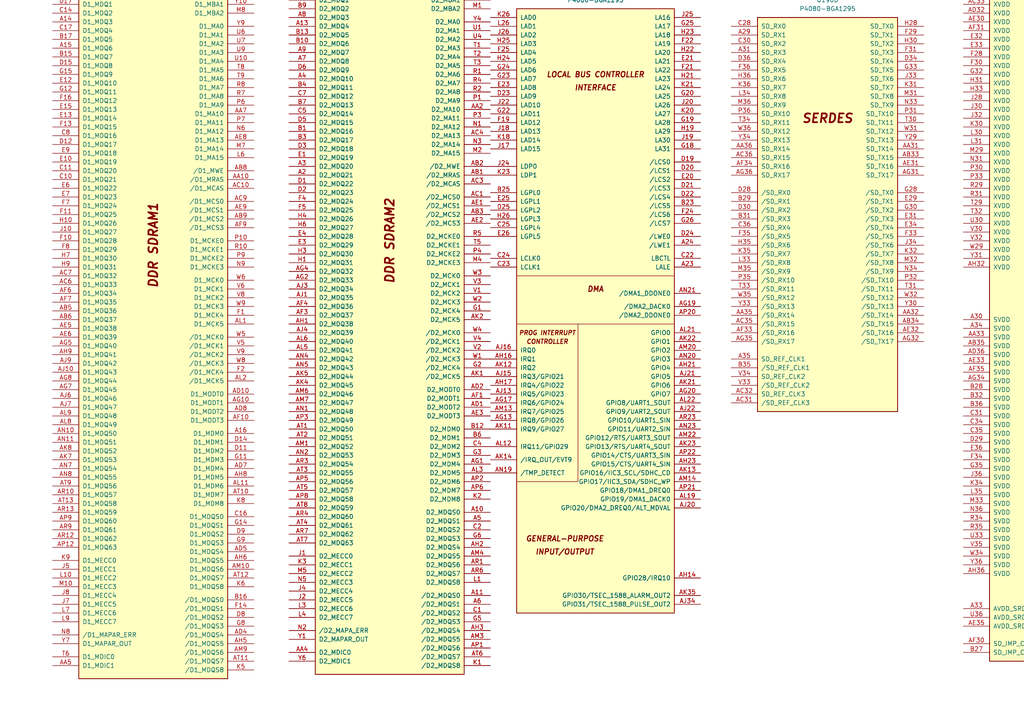
<source format=kicad_sch>
(kicad_sch (version 20250114) (generator "eeschema") (generator_version "9.0")
  (paper "A4")
  (lib_symbols
    (symbol "CPU:P4080-BGA1295" (pin_names (offset 1.016))
      (property "Reference" "U" (at 1.27 19.05 0))
      (property "Value" "P4080-BGA1295" (at 1.27 16.51 0))
      (symbol "P4080-BGA1295_1_1"
        (text "DDR SDRAM1" (at 1.27 26.67 900) (effects (font (size 2.54 2.54) (bold yes) (italic yes))))
        (pin bidirectional line (at -27.94 99.06 0) (length 7.62) (name "D1_MDQ0") (number "A17"))
        (pin bidirectional line (at -27.94 96.52 0) (length 7.62) (name "D1_MDQ1") (number "D17"))
        (pin bidirectional line (at -27.94 93.98 0) (length 7.62) (name "D1_MDQ2") (number "C14"))
        (pin bidirectional line (at -27.94 91.44 0) (length 7.62) (name "D1_MDQ3") (number "A14"))
        (pin bidirectional line (at -27.94 88.9 0) (length 7.62) (name "D1_MDQ4") (number "C17"))
        (pin bidirectional line (at -27.94 86.36 0) (length 7.62) (name "D1_MDQ5") (number "B17"))
        (pin bidirectional line (at -27.94 83.82 0) (length 7.62) (name "D1_MDQ6") (number "A15"))
        (pin bidirectional line (at -27.94 81.28 0) (length 7.62) (name "D1_MDQ7") (number "B15"))
        (pin bidirectional line (at -27.94 78.74 0) (length 7.62) (name "D1_MDQ8") (number "D15"))
        (pin bidirectional line (at -27.94 76.2 0) (length 7.62) (name "D1_MDQ9") (number "G15"))
        (pin bidirectional line (at -27.94 73.66 0) (length 7.62) (name "D1_MDQ10") (number "E12"))
        (pin bidirectional line (at -27.94 71.12 0) (length 7.62) (name "D1_MDQ11") (number "G12"))
        (pin bidirectional line (at -27.94 68.58 0) (length 7.62) (name "D1_MDQ12") (number "F16"))
        (pin bidirectional line (at -27.94 66.04 0) (length 7.62) (name "D1_MDQ13") (number "E15"))
        (pin bidirectional line (at -27.94 63.5 0) (length 7.62) (name "D1_MDQ14") (number "E13"))
        (pin bidirectional line (at -27.94 60.96 0) (length 7.62) (name "D1_MDQ15") (number "F13"))
        (pin bidirectional line (at -27.94 58.42 0) (length 7.62) (name "D1_MDQ16") (number "C8"))
        (pin bidirectional line (at -27.94 55.88 0) (length 7.62) (name "D1_MDQ17") (number "D12"))
        (pin bidirectional line (at -27.94 53.34 0) (length 7.62) (name "D1_MDQ18") (number "E9"))
        (pin bidirectional line (at -27.94 50.8 0) (length 7.62) (name "D1_MDQ19") (number "E10"))
        (pin bidirectional line (at -27.94 48.26 0) (length 7.62) (name "D1_MDQ20") (number "C11"))
        (pin bidirectional line (at -27.94 45.72 0) (length 7.62) (name "D1_MDQ21") (number "C10"))
        (pin bidirectional line (at -27.94 43.18 0) (length 7.62) (name "D1_MDQ22") (number "E6"))
        (pin bidirectional line (at -27.94 40.64 0) (length 7.62) (name "D1_MDQ23") (number "E7"))
        (pin bidirectional line (at -27.94 38.1 0) (length 7.62) (name "D1_MDQ24") (number "F7"))
        (pin bidirectional line (at -27.94 35.56 0) (length 7.62) (name "D1_MDQ25") (number "F11"))
        (pin bidirectional line (at -27.94 33.02 0) (length 7.62) (name "D1_MDQ26") (number "H10"))
        (pin bidirectional line (at -27.94 30.48 0) (length 7.62) (name "D1_MDQ27") (number "J10"))
        (pin bidirectional line (at -27.94 27.94 0) (length 7.62) (name "D1_MDQ28") (number "F10"))
        (pin bidirectional line (at -27.94 25.4 0) (length 7.62) (name "D1_MDQ29") (number "F8"))
        (pin bidirectional line (at -27.94 22.86 0) (length 7.62) (name "D1_MDQ30") (number "H7"))
        (pin bidirectional line (at -27.94 20.32 0) (length 7.62) (name "D1_MDQ31") (number "H9"))
        (pin bidirectional line (at -27.94 17.78 0) (length 7.62) (name "D1_MDQ32") (number "AC7"))
        (pin bidirectional line (at -27.94 15.24 0) (length 7.62) (name "D1_MDQ33") (number "AC6"))
        (pin bidirectional line (at -27.94 12.7 0) (length 7.62) (name "D1_MDQ34") (number "AF6"))
        (pin bidirectional line (at -27.94 10.16 0) (length 7.62) (name "D1_MDQ35") (number "AF7"))
        (pin bidirectional line (at -27.94 7.62 0) (length 7.62) (name "D1_MDQ36") (number "AB5"))
        (pin bidirectional line (at -27.94 5.08 0) (length 7.62) (name "D1_MDQ37") (number "AB6"))
        (pin bidirectional line (at -27.94 2.54 0) (length 7.62) (name "D1_MDQ38") (number "AE5"))
        (pin bidirectional line (at -27.94 0 0) (length 7.62) (name "D1_MDQ39") (number "AE6"))
        (pin bidirectional line (at -27.94 -2.54 0) (length 7.62) (name "D1_MDQ40") (number "AG5"))
        (pin bidirectional line (at -27.94 -5.08 0) (length 7.62) (name "D1_MDQ41") (number "AH9"))
        (pin bidirectional line (at -27.94 -7.62 0) (length 7.62) (name "D1_MDQ42") (number "AJ9"))
        (pin bidirectional line (at -27.94 -10.16 0) (length 7.62) (name "D1_MDQ43") (number "AJ10"))
        (pin bidirectional line (at -27.94 -12.7 0) (length 7.62) (name "D1_MDQ44") (number "AG8"))
        (pin bidirectional line (at -27.94 -15.24 0) (length 7.62) (name "D1_MDQ45") (number "AG7"))
        (pin bidirectional line (at -27.94 -17.78 0) (length 7.62) (name "D1_MDQ46") (number "AJ6"))
        (pin bidirectional line (at -27.94 -20.32 0) (length 7.62) (name "D1_MDQ47") (number "AJ7"))
        (pin bidirectional line (at -27.94 -22.86 0) (length 7.62) (name "D1_MDQ48") (number "AL9"))
        (pin bidirectional line (at -27.94 -25.4 0) (length 7.62) (name "D1_MDQ49") (number "AL8"))
        (pin bidirectional line (at -27.94 -27.94 0) (length 7.62) (name "D1_MDQ50") (number "AN10"))
        (pin bidirectional line (at -27.94 -30.48 0) (length 7.62) (name "D1_MDQ51") (number "AN11"))
        (pin bidirectional line (at -27.94 -33.02 0) (length 7.62) (name "D1_MDQ52") (number "AK8"))
        (pin bidirectional line (at -27.94 -35.56 0) (length 7.62) (name "D1_MDQ53") (number "AK7"))
        (pin bidirectional line (at -27.94 -38.1 0) (length 7.62) (name "D1_MDQ54") (number "AN7"))
        (pin bidirectional line (at -27.94 -40.64 0) (length 7.62) (name "D1_MDQ55") (number "AN8"))
        (pin bidirectional line (at -27.94 -43.18 0) (length 7.62) (name "D1_MDQ56") (number "AT9"))
        (pin bidirectional line (at -27.94 -45.72 0) (length 7.62) (name "D1_MDQ57") (number "AR10"))
        (pin bidirectional line (at -27.94 -48.26 0) (length 7.62) (name "D1_MDQ58") (number "AT13"))
        (pin bidirectional line (at -27.94 -50.8 0) (length 7.62) (name "D1_MDQ59") (number "AR13"))
        (pin bidirectional line (at -27.94 -53.34 0) (length 7.62) (name "D1_MDQ60") (number "AP9"))
        (pin bidirectional line (at -27.94 -55.88 0) (length 7.62) (name "D1_MDQ61") (number "AR9"))
        (pin bidirectional line (at -27.94 -58.42 0) (length 7.62) (name "D1_MDQ62") (number "AR12"))
        (pin bidirectional line (at -27.94 -60.96 0) (length 7.62) (name "D1_MDQ63") (number "AP12"))
        (pin bidirectional line (at -27.94 -64.77 0) (length 7.62) (name "D1_MECC0") (number "K9"))
        (pin bidirectional line (at -27.94 -67.31 0) (length 7.62) (name "D1_MECC1") (number "J5"))
        (pin bidirectional line (at -27.94 -69.85 0) (length 7.62) (name "D1_MECC2") (number "L10"))
        (pin bidirectional line (at -27.94 -72.39 0) (length 7.62) (name "D1_MECC3") (number "M10"))
        (pin bidirectional line (at -27.94 -74.93 0) (length 7.62) (name "D1_MECC4") (number "J8"))
        (pin bidirectional line (at -27.94 -77.47 0) (length 7.62) (name "D1_MECC5") (number "J7"))
        (pin bidirectional line (at -27.94 -80.01 0) (length 7.62) (name "D1_MECC6") (number "L7"))
        (pin bidirectional line (at -27.94 -82.55 0) (length 7.62) (name "D1_MECC7") (number "L9"))
        (pin input line (at -27.94 -86.36 0) (length 7.62) (name "/D1_MAPAR_ERR") (number "N8"))
        (pin output line (at -27.94 -88.9 0) (length 7.62) (name "D1_MAPAR_OUT") (number "Y7"))
        (pin bidirectional line (at -27.94 -92.71 0) (length 7.62) (name "D1_MDIC0") (number "T6"))
        (pin bidirectional line (at -27.94 -95.25 0) (length 7.62) (name "D1_MDIC1") (number "AA5"))
        (pin output line (at 30.48 99.06 180) (length 7.62) (name "D1_MBA0") (number "AA8"))
        (pin output line (at 30.48 96.52 180) (length 7.62) (name "D1_MBA1") (number "Y10"))
        (pin output line (at 30.48 93.98 180) (length 7.62) (name "D1_MBA2") (number "M8"))
        (pin output line (at 30.48 90.17 180) (length 7.62) (name "D1_MA0") (number "Y9"))
        (pin output line (at 30.48 87.63 180) (length 7.62) (name "D1_MA1") (number "U6"))
        (pin output line (at 30.48 85.09 180) (length 7.62) (name "D1_MA2") (number "U7"))
        (pin output line (at 30.48 82.55 180) (length 7.62) (name "D1_MA3") (number "U9"))
        (pin output line (at 30.48 80.01 180) (length 7.62) (name "D1_MA4") (number "U10"))
        (pin output line (at 30.48 77.47 180) (length 7.62) (name "D1_MA5") (number "T8"))
        (pin output line (at 30.48 74.93 180) (length 7.62) (name "D1_MA6") (number "T9"))
        (pin output line (at 30.48 72.39 180) (length 7.62) (name "D1_MA7") (number "R8"))
        (pin output line (at 30.48 69.85 180) (length 7.62) (name "D1_MA8") (number "R7"))
        (pin output line (at 30.48 67.31 180) (length 7.62) (name "D1_MA9") (number "P6"))
        (pin output line (at 30.48 64.77 180) (length 7.62) (name "D1_MA10") (number "AA7"))
        (pin output line (at 30.48 62.23 180) (length 7.62) (name "D1_MA11") (number "P7"))
        (pin output line (at 30.48 59.69 180) (length 7.62) (name "D1_MA12") (number "N6"))
        (pin output line (at 30.48 57.15 180) (length 7.62) (name "D1_MA13") (number "AE8"))
        (pin output line (at 30.48 54.61 180) (length 7.62) (name "D1_MA14") (number "M7"))
        (pin output line (at 30.48 52.07 180) (length 7.62) (name "D1_MA15") (number "L6"))
        (pin output line (at 30.48 48.26 180) (length 7.62) (name "/D1_MWE") (number "AB8"))
        (pin output line (at 30.48 45.72 180) (length 7.62) (name "/D1_MRAS") (number "AA10"))
        (pin output line (at 30.48 43.18 180) (length 7.62) (name "/D1_MCAS") (number "AC10"))
        (pin output line (at 30.48 39.37 180) (length 7.62) (name "/D1_MCS0") (number "AC9"))
        (pin output line (at 30.48 36.83 180) (length 7.62) (name "/D1_MCS1") (number "AE9"))
        (pin output line (at 30.48 34.29 180) (length 7.62) (name "/D1_MCS2") (number "AB9"))
        (pin output line (at 30.48 31.75 180) (length 7.62) (name "/D1_MCS3") (number "AF9"))
        (pin output line (at 30.48 27.94 180) (length 7.62) (name "D1_MCKE0") (number "P10"))
        (pin output line (at 30.48 25.4 180) (length 7.62) (name "D1_MCKE1") (number "R10"))
        (pin output line (at 30.48 22.86 180) (length 7.62) (name "D1_MCKE2") (number "P9"))
        (pin output line (at 30.48 20.32 180) (length 7.62) (name "D1_MCKE3") (number "N9"))
        (pin output line (at 30.48 16.51 180) (length 7.62) (name "D1_MCK0") (number "W6"))
        (pin output line (at 30.48 13.97 180) (length 7.62) (name "D1_MCK1") (number "V6"))
        (pin output line (at 30.48 11.43 180) (length 7.62) (name "D1_MCK2") (number "V8"))
        (pin output line (at 30.48 8.89 180) (length 7.62) (name "D1_MCK3") (number "W9"))
        (pin output line (at 30.48 6.35 180) (length 7.62) (name "D1_MCK4") (number "F1"))
        (pin output line (at 30.48 3.81 180) (length 7.62) (name "D1_MCK5") (number "AL1"))
        (pin output line (at 30.48 0 180) (length 7.62) (name "/D1_MCK0") (number "W5"))
        (pin output line (at 30.48 -2.54 180) (length 7.62) (name "/D1_MCK1") (number "V5"))
        (pin output line (at 30.48 -5.08 180) (length 7.62) (name "/D1_MCK2") (number "V9"))
        (pin output line (at 30.48 -7.62 180) (length 7.62) (name "/D1_MCK3") (number "W8"))
        (pin output line (at 30.48 -10.16 180) (length 7.62) (name "/D1_MCK4") (number "F2"))
        (pin output line (at 30.48 -12.7 180) (length 7.62) (name "/D1_MCK5") (number "AL2"))
        (pin output line (at 30.48 -16.51 180) (length 7.62) (name "D1_MODT0") (number "AD10"))
        (pin output line (at 30.48 -19.05 180) (length 7.62) (name "D1_MODT1") (number "AG10"))
        (pin output line (at 30.48 -21.59 180) (length 7.62) (name "D1_MODT2") (number "AD8"))
        (pin output line (at 30.48 -24.13 180) (length 7.62) (name "D1_MODT3") (number "AF10"))
        (pin output line (at 30.48 -27.94 180) (length 7.62) (name "D1_MDM0") (number "A16"))
        (pin output line (at 30.48 -30.48 180) (length 7.62) (name "D1_MDM1") (number "D14"))
        (pin output line (at 30.48 -33.02 180) (length 7.62) (name "D1_MDM2") (number "D11"))
        (pin output line (at 30.48 -35.56 180) (length 7.62) (name "D1_MDM3") (number "G11"))
        (pin output line (at 30.48 -38.1 180) (length 7.62) (name "D1_MDM4") (number "AD7"))
        (pin output line (at 30.48 -40.64 180) (length 7.62) (name "D1_MDM5") (number "AH8"))
        (pin output line (at 30.48 -43.18 180) (length 7.62) (name "D1_MDM6") (number "AL11"))
        (pin output line (at 30.48 -45.72 180) (length 7.62) (name "D1_MDM7") (number "AT10"))
        (pin output line (at 30.48 -48.26 180) (length 7.62) (name "D1_MDM8") (number "K8"))
        (pin bidirectional line (at 30.48 -52.07 180) (length 7.62) (name "D1_MDQS0") (number "C16"))
        (pin bidirectional line (at 30.48 -54.61 180) (length 7.62) (name "D1_MDQS1") (number "G14"))
        (pin bidirectional line (at 30.48 -57.15 180) (length 7.62) (name "D1_MDQS2") (number "D9"))
        (pin bidirectional line (at 30.48 -59.69 180) (length 7.62) (name "D1_MDQS3") (number "G9"))
        (pin bidirectional line (at 30.48 -62.23 180) (length 7.62) (name "D1_MDQS4") (number "AD5"))
        (pin bidirectional line (at 30.48 -64.77 180) (length 7.62) (name "D1_MDQS5") (number "AH6"))
        (pin bidirectional line (at 30.48 -67.31 180) (length 7.62) (name "D1_MDQS6") (number "AM10"))
        (pin bidirectional line (at 30.48 -69.85 180) (length 7.62) (name "D1_MDQS7") (number "AT12"))
        (pin bidirectional line (at 30.48 -72.39 180) (length 7.62) (name "D1_MDQS8") (number "K6"))
        (pin bidirectional line (at 30.48 -76.2 180) (length 7.62) (name "/D1_MDQS0") (number "B16"))
        (pin bidirectional line (at 30.48 -78.74 180) (length 7.62) (name "/D1_MDQS1") (number "F14"))
        (pin bidirectional line (at 30.48 -81.28 180) (length 7.62) (name "/D1_MDQS2") (number "D8"))
        (pin bidirectional line (at 30.48 -83.82 180) (length 7.62) (name "/D1_MDQS3") (number "G8"))
        (pin bidirectional line (at 30.48 -86.36 180) (length 7.62) (name "/D1_MDQS4") (number "AD4"))
        (pin bidirectional line (at 30.48 -88.9 180) (length 7.62) (name "/D1_MDQS5") (number "AH5"))
        (pin bidirectional line (at 30.48 -91.44 180) (length 7.62) (name "/D1_MDQS6") (number "AM9"))
        (pin bidirectional line (at 30.48 -93.98 180) (length 7.62) (name "/D1_MDQS7") (number "AT11"))
        (pin bidirectional line (at 30.48 -96.52 180) (length 7.62) (name "/D1_MDQS8") (number "K5"))
      )
      (symbol "P4080-BGA1295_2_1"
        (text "DDR SDRAM2" (at 1.27 26.67 900) (effects (font (size 2.54 2.54) (bold yes) (italic yes))))
        (pin bidirectional line (at -27.94 99.06 0) (length 7.62) (name "D2_MDQ0") (number "C13"))
        (pin bidirectional line (at -27.94 96.52 0) (length 7.62) (name "D2_MDQ1") (number "A12"))
        (pin bidirectional line (at -27.94 93.98 0) (length 7.62) (name "D2_MDQ2") (number "B9"))
        (pin bidirectional line (at -27.94 91.44 0) (length 7.62) (name "D2_MDQ3") (number "A8"))
        (pin bidirectional line (at -27.94 88.9 0) (length 7.62) (name "D2_MDQ4") (number "A13"))
        (pin bidirectional line (at -27.94 86.36 0) (length 7.62) (name "D2_MDQ5") (number "B13"))
        (pin bidirectional line (at -27.94 83.82 0) (length 7.62) (name "D2_MDQ6") (number "B10"))
        (pin bidirectional line (at -27.94 81.28 0) (length 7.62) (name "D2_MDQ7") (number "A9"))
        (pin bidirectional line (at -27.94 78.74 0) (length 7.62) (name "D2_MDQ8") (number "A7"))
        (pin bidirectional line (at -27.94 76.2 0) (length 7.62) (name "D2_MDQ9") (number "D6"))
        (pin bidirectional line (at -27.94 73.66 0) (length 7.62) (name "D2_MDQ10") (number "A4"))
        (pin bidirectional line (at -27.94 71.12 0) (length 7.62) (name "D2_MDQ11") (number "B4"))
        (pin bidirectional line (at -27.94 68.58 0) (length 7.62) (name "D2_MDQ12") (number "C7"))
        (pin bidirectional line (at -27.94 66.04 0) (length 7.62) (name "D2_MDQ13") (number "B7"))
        (pin bidirectional line (at -27.94 63.5 0) (length 7.62) (name "D2_MDQ14") (number "C5"))
        (pin bidirectional line (at -27.94 60.96 0) (length 7.62) (name "D2_MDQ15") (number "D5"))
        (pin bidirectional line (at -27.94 58.42 0) (length 7.62) (name "D2_MDQ16") (number "B1"))
        (pin bidirectional line (at -27.94 55.88 0) (length 7.62) (name "D2_MDQ17") (number "B3"))
        (pin bidirectional line (at -27.94 53.34 0) (length 7.62) (name "D2_MDQ18") (number "D3"))
        (pin bidirectional line (at -27.94 50.8 0) (length 7.62) (name "D2_MDQ19") (number "E1"))
        (pin bidirectional line (at -27.94 48.26 0) (length 7.62) (name "D2_MDQ20") (number "A3"))
        (pin bidirectional line (at -27.94 45.72 0) (length 7.62) (name "D2_MDQ21") (number "A2"))
        (pin bidirectional line (at -27.94 43.18 0) (length 7.62) (name "D2_MDQ22") (number "D1"))
        (pin bidirectional line (at -27.94 40.64 0) (length 7.62) (name "D2_MDQ23") (number "D2"))
        (pin bidirectional line (at -27.94 38.1 0) (length 7.62) (name "D2_MDQ24") (number "F4"))
        (pin bidirectional line (at -27.94 35.56 0) (length 7.62) (name "D2_MDQ25") (number "F5"))
        (pin bidirectional line (at -27.94 33.02 0) (length 7.62) (name "D2_MDQ26") (number "H4"))
        (pin bidirectional line (at -27.94 30.48 0) (length 7.62) (name "D2_MDQ27") (number "H6"))
        (pin bidirectional line (at -27.94 27.94 0) (length 7.62) (name "D2_MDQ28") (number "E4"))
        (pin bidirectional line (at -27.94 25.4 0) (length 7.62) (name "D2_MDQ29") (number "E3"))
        (pin bidirectional line (at -27.94 22.86 0) (length 7.62) (name "D2_MDQ30") (number "H3"))
        (pin bidirectional line (at -27.94 20.32 0) (length 7.62) (name "D2_MDQ31") (number "H1"))
        (pin bidirectional line (at -27.94 17.78 0) (length 7.62) (name "D2_MDQ32") (number "AG4"))
        (pin bidirectional line (at -27.94 15.24 0) (length 7.62) (name "D2_MDQ33") (number "AG2"))
        (pin bidirectional line (at -27.94 12.7 0) (length 7.62) (name "D2_MDQ34") (number "AJ3"))
        (pin bidirectional line (at -27.94 10.16 0) (length 7.62) (name "D2_MDQ35") (number "AJ1"))
        (pin bidirectional line (at -27.94 7.62 0) (length 7.62) (name "D2_MDQ36") (number "AF4"))
        (pin bidirectional line (at -27.94 5.08 0) (length 7.62) (name "D2_MDQ37") (number "AF3"))
        (pin bidirectional line (at -27.94 2.54 0) (length 7.62) (name "D2_MDQ38") (number "AH1"))
        (pin bidirectional line (at -27.94 0 0) (length 7.62) (name "D2_MDQ39") (number "AJ4"))
        (pin bidirectional line (at -27.94 -2.54 0) (length 7.62) (name "D2_MDQ40") (number "AL6"))
        (pin bidirectional line (at -27.94 -5.08 0) (length 7.62) (name "D2_MDQ41") (number "AL5"))
        (pin bidirectional line (at -27.94 -7.62 0) (length 7.62) (name "D2_MDQ42") (number "AN4"))
        (pin bidirectional line (at -27.94 -10.16 0) (length 7.62) (name "D2_MDQ43") (number "AN5"))
        (pin bidirectional line (at -27.94 -12.7 0) (length 7.62) (name "D2_MDQ44") (number "AK5"))
        (pin bidirectional line (at -27.94 -15.24 0) (length 7.62) (name "D2_MDQ45") (number "AK4"))
        (pin bidirectional line (at -27.94 -17.78 0) (length 7.62) (name "D2_MDQ46") (number "AM6"))
        (pin bidirectional line (at -27.94 -20.32 0) (length 7.62) (name "D2_MDQ47") (number "AM7"))
        (pin bidirectional line (at -27.94 -22.86 0) (length 7.62) (name "D2_MDQ48") (number "AN1"))
        (pin bidirectional line (at -27.94 -25.4 0) (length 7.62) (name "D2_MDQ49") (number "AP3"))
        (pin bidirectional line (at -27.94 -27.94 0) (length 7.62) (name "D2_MDQ50") (number "AT1"))
        (pin bidirectional line (at -27.94 -30.48 0) (length 7.62) (name "D2_MDQ51") (number "AT2"))
        (pin bidirectional line (at -27.94 -33.02 0) (length 7.62) (name "D2_MDQ52") (number "AM1"))
        (pin bidirectional line (at -27.94 -35.56 0) (length 7.62) (name "D2_MDQ53") (number "AN2"))
        (pin bidirectional line (at -27.94 -38.1 0) (length 7.62) (name "D2_MDQ54") (number "AR3"))
        (pin bidirectional line (at -27.94 -40.64 0) (length 7.62) (name "D2_MDQ55") (number "AT3"))
        (pin bidirectional line (at -27.94 -43.18 0) (length 7.62) (name "D2_MDQ56") (number "AP5"))
        (pin bidirectional line (at -27.94 -45.72 0) (length 7.62) (name "D2_MDQ57") (number "AT5"))
        (pin bidirectional line (at -27.94 -48.26 0) (length 7.62) (name "D2_MDQ58") (number "AP8"))
        (pin bidirectional line (at -27.94 -50.8 0) (length 7.62) (name "D2_MDQ59") (number "AT8"))
        (pin bidirectional line (at -27.94 -53.34 0) (length 7.62) (name "D2_MDQ60") (number "AR4"))
        (pin bidirectional line (at -27.94 -55.88 0) (length 7.62) (name "D2_MDQ61") (number "AT4"))
        (pin bidirectional line (at -27.94 -58.42 0) (length 7.62) (name "D2_MDQ62") (number "AR7"))
        (pin bidirectional line (at -27.94 -60.96 0) (length 7.62) (name "D2_MDQ63") (number "AT7"))
        (pin bidirectional line (at -27.94 -64.77 0) (length 7.62) (name "D2_MECC0") (number "J1"))
        (pin bidirectional line (at -27.94 -67.31 0) (length 7.62) (name "D2_MECC1") (number "K3"))
        (pin bidirectional line (at -27.94 -69.85 0) (length 7.62) (name "D2_MECC2") (number "M5"))
        (pin bidirectional line (at -27.94 -72.39 0) (length 7.62) (name "D2_MECC3") (number "N5"))
        (pin bidirectional line (at -27.94 -74.93 0) (length 7.62) (name "D2_MECC4") (number "J4"))
        (pin bidirectional line (at -27.94 -77.47 0) (length 7.62) (name "D2_MECC5") (number "J2"))
        (pin bidirectional line (at -27.94 -80.01 0) (length 7.62) (name "D2_MECC6") (number "L3"))
        (pin bidirectional line (at -27.94 -82.55 0) (length 7.62) (name "D2_MECC7") (number "L4"))
        (pin input line (at -27.94 -86.36 0) (length 7.62) (name "/D2_MAPA_ERR") (number "N2"))
        (pin output line (at -27.94 -88.9 0) (length 7.62) (name "D2_MAPAR_OUT") (number "Y1"))
        (pin bidirectional line (at -27.94 -92.71 0) (length 7.62) (name "D2_MDIC0") (number "AA4"))
        (pin bidirectional line (at -27.94 -95.25 0) (length 7.62) (name "D2_MDIC1") (number "Y6"))
        (pin output line (at 30.48 99.06 180) (length 7.62) (name "D2_MBA0") (number "AA3"))
        (pin output line (at 30.48 96.52 180) (length 7.62) (name "D2_MBA1") (number "AA1"))
        (pin output line (at 30.48 93.98 180) (length 7.62) (name "D2_MBA2") (number "M1"))
        (pin output line (at 30.48 90.17 180) (length 7.62) (name "D2_MA0") (number "Y4"))
        (pin output line (at 30.48 87.63 180) (length 7.62) (name "D2_MA1") (number "U1"))
        (pin output line (at 30.48 85.09 180) (length 7.62) (name "D2_MA2") (number "U4"))
        (pin output line (at 30.48 82.55 180) (length 7.62) (name "D2_MA3") (number "T1"))
        (pin output line (at 30.48 80.01 180) (length 7.62) (name "D2_MA4") (number "T2"))
        (pin output line (at 30.48 77.47 180) (length 7.62) (name "D2_MA5") (number "T3"))
        (pin output line (at 30.48 74.93 180) (length 7.62) (name "D2_MA6") (number "R1"))
        (pin output line (at 30.48 72.39 180) (length 7.62) (name "D2_MA7") (number "R4"))
        (pin output line (at 30.48 69.85 180) (length 7.62) (name "D2_MA8") (number "R2"))
        (pin output line (at 30.48 67.31 180) (length 7.62) (name "D2_MA9") (number "P1"))
        (pin output line (at 30.48 64.77 180) (length 7.62) (name "D2_MA10") (number "AA2"))
        (pin output line (at 30.48 62.23 180) (length 7.62) (name "D2_MA11") (number "P3"))
        (pin output line (at 30.48 59.69 180) (length 7.62) (name "D2_MA12") (number "N1"))
        (pin output line (at 30.48 57.15 180) (length 7.62) (name "D2_MA13") (number "AC4"))
        (pin output line (at 30.48 54.61 180) (length 7.62) (name "D2_MA14") (number "N3"))
        (pin output line (at 30.48 52.07 180) (length 7.62) (name "D2_MA15") (number "M2"))
        (pin output line (at 30.48 48.26 180) (length 7.62) (name "/D2_MWE") (number "AB2"))
        (pin output line (at 30.48 45.72 180) (length 7.62) (name "/D2_MRAS") (number "AB1"))
        (pin output line (at 30.48 43.18 180) (length 7.62) (name "/D2_MCAS") (number "AC3"))
        (pin output line (at 30.48 39.37 180) (length 7.62) (name "/D2_MCS0") (number "AC1"))
        (pin output line (at 30.48 36.83 180) (length 7.62) (name "/D2_MCS1") (number "AE1"))
        (pin output line (at 30.48 34.29 180) (length 7.62) (name "/D2_MCS2") (number "AB3"))
        (pin output line (at 30.48 31.75 180) (length 7.62) (name "/D2_MCS3") (number "AE2"))
        (pin output line (at 30.48 27.94 180) (length 7.62) (name "D2_MCKE0") (number "R5"))
        (pin output line (at 30.48 25.4 180) (length 7.62) (name "D2_MCKE1") (number "T5"))
        (pin output line (at 30.48 22.86 180) (length 7.62) (name "D2_MCKE2") (number "P4"))
        (pin output line (at 30.48 20.32 180) (length 7.62) (name "D2_MCKE3") (number "M4"))
        (pin output line (at 30.48 16.51 180) (length 7.62) (name "D2_MCK0") (number "W3"))
        (pin output line (at 30.48 13.97 180) (length 7.62) (name "D2_MCK1") (number "V3"))
        (pin output line (at 30.48 11.43 180) (length 7.62) (name "D2_MCK2") (number "V1"))
        (pin output line (at 30.48 8.89 180) (length 7.62) (name "D2_MCK3") (number "W2"))
        (pin output line (at 30.48 6.35 180) (length 7.62) (name "D2_MCK4") (number "G1"))
        (pin output line (at 30.48 3.81 180) (length 7.62) (name "D2_MCK5") (number "AK2"))
        (pin output line (at 30.48 0 180) (length 7.62) (name "/D2_MCK0") (number "W4"))
        (pin output line (at 30.48 -2.54 180) (length 7.62) (name "/D2_MCK1") (number "V4"))
        (pin output line (at 30.48 -5.08 180) (length 7.62) (name "/D2_MCK2") (number "V2"))
        (pin output line (at 30.48 -7.62 180) (length 7.62) (name "/D2_MCK3") (number "W1"))
        (pin output line (at 30.48 -10.16 180) (length 7.62) (name "/D2_MCK4") (number "G2"))
        (pin output line (at 30.48 -12.7 180) (length 7.62) (name "/D2_MCK5") (number "AK1"))
        (pin output line (at 30.48 -16.51 180) (length 7.62) (name "D2_MODT0") (number "AD2"))
        (pin output line (at 30.48 -19.05 180) (length 7.62) (name "D2_MODT1") (number "AF1"))
        (pin output line (at 30.48 -21.59 180) (length 7.62) (name "D2_MODT2") (number "AD1"))
        (pin output line (at 30.48 -24.13 180) (length 7.62) (name "D2_MODT3") (number "AE3"))
        (pin output line (at 30.48 -27.94 180) (length 7.62) (name "D2_MDM0") (number "B12"))
        (pin output line (at 30.48 -30.48 180) (length 7.62) (name "D2_MDM1") (number "B6"))
        (pin output line (at 30.48 -33.02 180) (length 7.62) (name "D2_MDM2") (number "C4"))
        (pin output line (at 30.48 -35.56 180) (length 7.62) (name "D2_MDM3") (number "G3"))
        (pin output line (at 30.48 -38.1 180) (length 7.62) (name "D2_MDM4") (number "AG1"))
        (pin output line (at 30.48 -40.64 180) (length 7.62) (name "D2_MDM5") (number "AL3"))
        (pin output line (at 30.48 -43.18 180) (length 7.62) (name "D2_MDM6") (number "AP2"))
        (pin output line (at 30.48 -45.72 180) (length 7.62) (name "D2_MDM7") (number "AP6"))
        (pin output line (at 30.48 -48.26 180) (length 7.62) (name "D2_MDM8") (number "K2"))
        (pin bidirectional line (at 30.48 -52.07 180) (length 7.62) (name "D2_MDQS0") (number "A10"))
        (pin bidirectional line (at 30.48 -54.61 180) (length 7.62) (name "D2_MDQS1") (number "A5"))
        (pin bidirectional line (at 30.48 -57.15 180) (length 7.62) (name "D2_MDQS2") (number "C2"))
        (pin bidirectional line (at 30.48 -59.69 180) (length 7.62) (name "D2_MDQS3") (number "G6"))
        (pin bidirectional line (at 30.48 -62.23 180) (length 7.62) (name "D2_MDQS4") (number "AH2"))
        (pin bidirectional line (at 30.48 -64.77 180) (length 7.62) (name "D2_MDQS5") (number "AM4"))
        (pin bidirectional line (at 30.48 -67.31 180) (length 7.62) (name "D2_MDQS6") (number "AR1"))
        (pin bidirectional line (at 30.48 -69.85 180) (length 7.62) (name "D2_MDQS7") (number "AR6"))
        (pin bidirectional line (at 30.48 -72.39 180) (length 7.62) (name "D2_MDQS8") (number "L1"))
        (pin bidirectional line (at 30.48 -76.2 180) (length 7.62) (name "/D2_MDQS0") (number "A11"))
        (pin bidirectional line (at 30.48 -78.74 180) (length 7.62) (name "/D2_MDQS1") (number "A6"))
        (pin bidirectional line (at 30.48 -81.28 180) (length 7.62) (name "/D2_MDQS2") (number "C1"))
        (pin bidirectional line (at 30.48 -83.82 180) (length 7.62) (name "/D2_MDQS3") (number "G5"))
        (pin bidirectional line (at 30.48 -86.36 180) (length 7.62) (name "/D2_MDQS4") (number "AH3"))
        (pin bidirectional line (at 30.48 -88.9 180) (length 7.62) (name "/D2_MDQS5") (number "AM3"))
        (pin bidirectional line (at 30.48 -91.44 180) (length 7.62) (name "/D2_MDQS6") (number "AP1"))
        (pin bidirectional line (at 30.48 -93.98 180) (length 7.62) (name "/D2_MDQS7") (number "AT6"))
        (pin bidirectional line (at 30.48 -96.52 180) (length 7.62) (name "/D2_MDQS8") (number "K1"))
      )
      (symbol "P4080-BGA1295_3_1"
        (text "PROG INTERRUPT" (at -13.97 -5.08 0) (effects (font (size 1.27 1.27) (bold yes) (italic yes))))
        (text "CONTROLLER" (at -13.97 -7.62 0) (effects (font (size 1.27 1.27) (bold yes) (italic yes))))
        (text "GENERAL-PURPOSE" (at -8.89 -64.77 0) (effects (font (size 1.524 1.524) (bold yes) (italic yes))))
        (text "INPUT/OUTPUT" (at -8.89 -68.58 0) (effects (font (size 1.524 1.524) (bold yes) (italic yes))))
        (text "LOCAL BUS CONTROLLER" (at 0 69.85 0) (effects (font (size 1.524 1.524) (bold yes) (italic yes))))
        (text "INTERFACE" (at 0 66.04 0) (effects (font (size 1.524 1.524) (bold yes) (italic yes))))
        (text "DMA" (at 0 7.62 0) (effects (font (size 1.524 1.524) (bold yes) (italic yes))))
        (pin bidirectional line (at -30.48 86.36 0) (length 7.62) (name "LAD0") (number "K26"))
        (pin bidirectional line (at -30.48 83.82 0) (length 7.62) (name "LAD1") (number "L26"))
        (pin bidirectional line (at -30.48 81.28 0) (length 7.62) (name "LAD2") (number "J26"))
        (pin bidirectional line (at -30.48 78.74 0) (length 7.62) (name "LAD3") (number "H25"))
        (pin bidirectional line (at -30.48 76.2 0) (length 7.62) (name "LAD4") (number "F25"))
        (pin bidirectional line (at -30.48 73.66 0) (length 7.62) (name "LAD5") (number "H24"))
        (pin bidirectional line (at -30.48 71.12 0) (length 7.62) (name "LAD6") (number "G24"))
        (pin bidirectional line (at -30.48 68.58 0) (length 7.62) (name "LAD7") (number "G23"))
        (pin bidirectional line (at -30.48 66.04 0) (length 7.62) (name "LAD8") (number "E23"))
        (pin bidirectional line (at -30.48 63.5 0) (length 7.62) (name "LAD9") (number "D23"))
        (pin bidirectional line (at -30.48 60.96 0) (length 7.62) (name "LAD10") (number "J22"))
        (pin bidirectional line (at -30.48 58.42 0) (length 7.62) (name "LAD11") (number "G22"))
        (pin bidirectional line (at -30.48 55.88 0) (length 7.62) (name "LAD12") (number "F19"))
        (pin bidirectional line (at -30.48 53.34 0) (length 7.62) (name "LAD13") (number "J18"))
        (pin bidirectional line (at -30.48 50.8 0) (length 7.62) (name "LAD14") (number "K18"))
        (pin bidirectional line (at -30.48 48.26 0) (length 7.62) (name "LAD15") (number "J17"))
        (pin bidirectional line (at -30.48 43.18 0) (length 7.62) (name "LDP0") (number "J24"))
        (pin bidirectional line (at -30.48 40.64 0) (length 7.62) (name "LDP1") (number "K23"))
        (pin output line (at -30.48 35.56 0) (length 7.62) (name "LGPL0") (number "B25"))
        (pin output line (at -30.48 33.02 0) (length 7.62) (name "LGPL1") (number "E25"))
        (pin output line (at -30.48 30.48 0) (length 7.62) (name "LGPL2") (number "D25"))
        (pin output line (at -30.48 27.94 0) (length 7.62) (name "LGPL3") (number "H26"))
        (pin bidirectional line (at -30.48 25.4 0) (length 7.62) (name "LGPL4") (number "C25"))
        (pin output line (at -30.48 22.86 0) (length 7.62) (name "LGPL5") (number "E26"))
        (pin output line (at -30.48 16.51 0) (length 7.62) (name "LCLK0") (number "C24"))
        (pin output line (at -30.48 13.97 0) (length 7.62) (name "LCLK1") (number "C23"))
        (pin input line (at -30.48 -10.16 0) (length 7.62) (name "IRQ0") (number "AJ16"))
        (pin input line (at -30.48 -12.7 0) (length 7.62) (name "IRQ1") (number "AH16"))
        (pin input line (at -30.48 -15.24 0) (length 7.62) (name "IRQ2") (number "AK12"))
        (pin input line (at -30.48 -17.78 0) (length 7.62) (name "IRQ3/GPIO21") (number "AJ15"))
        (pin input line (at -30.48 -20.32 0) (length 7.62) (name "IRQ4/GPIO22") (number "AH17"))
        (pin input line (at -30.48 -22.86 0) (length 7.62) (name "IRQ5/GPIO23") (number "AJ13"))
        (pin input line (at -30.48 -25.4 0) (length 7.62) (name "IRQ6/GPIO24") (number "AG17"))
        (pin input line (at -30.48 -27.94 0) (length 7.62) (name "IRQ7/GPIO25") (number "AM13"))
        (pin input line (at -30.48 -30.48 0) (length 7.62) (name "IRQ8/GPIO26") (number "AG13"))
        (pin input line (at -30.48 -33.02 0) (length 7.62) (name "IRQ9/GPIO27") (number "AK11"))
        (pin input line (at -30.48 -38.1 0) (length 7.62) (name "IRQ11/GPIO29") (number "AL12"))
        (pin output line (at -30.48 -41.91 0) (length 7.62) (name "/IRQ_OUT/EVT9") (number "AK14"))
        (pin input line (at -30.48 -45.72 0) (length 7.62) (name "/TMP_DETECT") (number "AN19"))
        (pin output line (at 30.48 86.36 180) (length 7.62) (name "LA16") (number "J25"))
        (pin output line (at 30.48 83.82 180) (length 7.62) (name "LA17") (number "G25"))
        (pin output line (at 30.48 81.28 180) (length 7.62) (name "LA18") (number "H23"))
        (pin output line (at 30.48 78.74 180) (length 7.62) (name "LA19") (number "F22"))
        (pin output line (at 30.48 76.2 180) (length 7.62) (name "LA20") (number "H22"))
        (pin output line (at 30.48 73.66 180) (length 7.62) (name "LA21") (number "E21"))
        (pin output line (at 30.48 71.12 180) (length 7.62) (name "LA22") (number "F21"))
        (pin output line (at 30.48 68.58 180) (length 7.62) (name "LA23") (number "H21"))
        (pin output line (at 30.48 66.04 180) (length 7.62) (name "LA24") (number "K21"))
        (pin output line (at 30.48 63.5 180) (length 7.62) (name "LA25") (number "G20"))
        (pin output line (at 30.48 60.96 180) (length 7.62) (name "LA26") (number "J20"))
        (pin output line (at 30.48 58.42 180) (length 7.62) (name "LA27") (number "K20"))
        (pin output line (at 30.48 55.88 180) (length 7.62) (name "LA28") (number "G19"))
        (pin output line (at 30.48 53.34 180) (length 7.62) (name "LA29") (number "H19"))
        (pin output line (at 30.48 50.8 180) (length 7.62) (name "LA30") (number "J19"))
        (pin output line (at 30.48 48.26 180) (length 7.62) (name "LA31") (number "G18"))
        (pin output line (at 30.48 44.45 180) (length 7.62) (name "/LCS0") (number "D19"))
        (pin output line (at 30.48 41.91 180) (length 7.62) (name "/LCS1") (number "D20"))
        (pin output line (at 30.48 39.37 180) (length 7.62) (name "/LCS2") (number "E20"))
        (pin output line (at 30.48 36.83 180) (length 7.62) (name "/LCS3") (number "D21"))
        (pin output line (at 30.48 34.29 180) (length 7.62) (name "/LCS4") (number "D22"))
        (pin output line (at 30.48 31.75 180) (length 7.62) (name "/LCS5") (number "B23"))
        (pin output line (at 30.48 29.21 180) (length 7.62) (name "/LCS6") (number "F24"))
        (pin output line (at 30.48 26.67 180) (length 7.62) (name "/LCS7") (number "G26"))
        (pin output line (at 30.48 22.86 180) (length 7.62) (name "/LWE0") (number "D24"))
        (pin output line (at 30.48 20.32 180) (length 7.62) (name "/LWE1") (number "A24"))
        (pin output line (at 30.48 16.51 180) (length 7.62) (name "LBCTL") (number "C22"))
        (pin bidirectional line (at 30.48 13.97 180) (length 7.62) (name "LALE") (number "A23"))
        (pin output line (at 30.48 6.35 180) (length 7.62) (name "/DMA1_DDONE0") (number "AN21"))
        (pin output line (at 30.48 2.54 180) (length 7.62) (name "/DMA2_DACK0") (number "AG19"))
        (pin output line (at 30.48 0 180) (length 7.62) (name "/DMA2_DDONE0") (number "AP20"))
        (pin bidirectional line (at 30.48 -5.08 180) (length 7.62) (name "GPIO0") (number "AL21"))
        (pin bidirectional line (at 30.48 -7.62 180) (length 7.62) (name "GPIO1") (number "AK22"))
        (pin bidirectional line (at 30.48 -10.16 180) (length 7.62) (name "GPIO2") (number "AM20"))
        (pin bidirectional line (at 30.48 -12.7 180) (length 7.62) (name "GPIO3") (number "AN20"))
        (pin bidirectional line (at 30.48 -15.24 180) (length 7.62) (name "GPIO4") (number "AH21"))
        (pin bidirectional line (at 30.48 -17.78 180) (length 7.62) (name "GPIO5") (number "AJ21"))
        (pin bidirectional line (at 30.48 -20.32 180) (length 7.62) (name "GPIO6") (number "AK21"))
        (pin bidirectional line (at 30.48 -22.86 180) (length 7.62) (name "GPIO7") (number "AG20"))
        (pin bidirectional line (at 30.48 -25.4 180) (length 7.62) (name "GPIO8/UART1_SOUT") (number "AL22"))
        (pin bidirectional line (at 30.48 -27.94 180) (length 7.62) (name "GPIO9/UART2_SOUT") (number "AJ22"))
        (pin bidirectional line (at 30.48 -30.48 180) (length 7.62) (name "GPIO10/UART1_SIN") (number "AR23"))
        (pin bidirectional line (at 30.48 -33.02 180) (length 7.62) (name "GPIO11/UART2_SIN") (number "AN23"))
        (pin bidirectional line (at 30.48 -35.56 180) (length 7.62) (name "GPIO12/RTS/UART3_SOUT") (number "AM22"))
        (pin bidirectional line (at 30.48 -38.1 180) (length 7.62) (name "GPIO13/RTS/UART4_SOUT") (number "AK23"))
        (pin bidirectional line (at 30.48 -40.64 180) (length 7.62) (name "GPIO14/CTS/UART3_SIN") (number "AP22"))
        (pin bidirectional line (at 30.48 -43.18 180) (length 7.62) (name "GPIO15/CTS/UART4_SIN") (number "AH23"))
        (pin bidirectional line (at 30.48 -45.72 180) (length 7.62) (name "GPIO16/IIC3_SCL/SDHC_CD") (number "AK13"))
        (pin bidirectional line (at 30.48 -48.26 180) (length 7.62) (name "GPIO17/IIC3_SDA/SDHC_WP") (number "AM14"))
        (pin bidirectional line (at 30.48 -50.8 180) (length 7.62) (name "GPIO18/DMA1_DREQ0") (number "AP21"))
        (pin bidirectional line (at 30.48 -53.34 180) (length 7.62) (name "GPIO19/DMA1_DACK0") (number "AL19"))
        (pin bidirectional line (at 30.48 -55.88 180) (length 7.62) (name "GPIO20/DMA2_DREQ0/ALT_MDVAL") (number "AJ20"))
        (pin bidirectional line (at 30.48 -76.2 180) (length 7.62) (name "GPIO28/IRQ10") (number "AH14"))
        (pin bidirectional line (at 30.48 -81.28 180) (length 7.62) (name "GPIO30/TSEC_1588_ALARM_OUT2") (number "AK35"))
        (pin bidirectional line (at 30.48 -83.82 180) (length 7.62) (name "GPIO31/TSEC_1588_PULSE_OUT2") (number "AJ34"))
      )
      (symbol "P4080-BGA1295_4_1"
        (text "SERDES" (at 0 29.21 0) (effects (font (size 2.54 2.54) (bold yes) (italic yes))))
        (pin input line (at -27.94 55.88 0) (length 7.62) (name "SD_RX0") (number "C28"))
        (pin input line (at -27.94 53.34 0) (length 7.62) (name "SD_RX1") (number "A29"))
        (pin input line (at -27.94 50.8 0) (length 7.62) (name "SD_RX2") (number "C30"))
        (pin input line (at -27.94 48.26 0) (length 7.62) (name "SD_RX3") (number "A31"))
        (pin input line (at -27.94 45.72 0) (length 7.62) (name "SD_RX4") (number "D36"))
        (pin input line (at -27.94 43.18 0) (length 7.62) (name "SD_RX5") (number "F36"))
        (pin input line (at -27.94 40.64 0) (length 7.62) (name "SD_RX6") (number "H36"))
        (pin input line (at -27.94 38.1 0) (length 7.62) (name "SD_RX7") (number "K36"))
        (pin input line (at -27.94 35.56 0) (length 7.62) (name "SD_RX8") (number "L34"))
        (pin input line (at -27.94 33.02 0) (length 7.62) (name "SD_RX9") (number "M36"))
        (pin input line (at -27.94 30.48 0) (length 7.62) (name "SD_RX10") (number "P36"))
        (pin input line (at -27.94 27.94 0) (length 7.62) (name "SD_RX11") (number "T34"))
        (pin input line (at -27.94 25.4 0) (length 7.62) (name "SD_RX12") (number "W36"))
        (pin input line (at -27.94 22.86 0) (length 7.62) (name "SD_RX13") (number "Y34"))
        (pin input line (at -27.94 20.32 0) (length 7.62) (name "SD_RX14") (number "AA36"))
        (pin input line (at -27.94 17.78 0) (length 7.62) (name "SD_RX15") (number "AC36"))
        (pin input line (at -27.94 15.24 0) (length 7.62) (name "SD_RX16") (number "AF34"))
        (pin input line (at -27.94 12.7 0) (length 7.62) (name "SD_RX17") (number "AG36"))
        (pin input line (at -27.94 7.62 0) (length 7.62) (name "/SD_RX0") (number "D28"))
        (pin input line (at -27.94 5.08 0) (length 7.62) (name "/SD_RX1") (number "B29"))
        (pin input line (at -27.94 2.54 0) (length 7.62) (name "/SD_RX2") (number "D30"))
        (pin input line (at -27.94 0 0) (length 7.62) (name "/SD_RX3") (number "B31"))
        (pin input line (at -27.94 -2.54 0) (length 7.62) (name "/SD_RX4") (number "C36"))
        (pin input line (at -27.94 -5.08 0) (length 7.62) (name "/SD_RX5") (number "F35"))
        (pin input line (at -27.94 -7.62 0) (length 7.62) (name "/SD_RX6") (number "H35"))
        (pin input line (at -27.94 -10.16 0) (length 7.62) (name "/SD_RX7") (number "K35"))
        (pin input line (at -27.94 -12.7 0) (length 7.62) (name "/SD_RX8") (number "L33"))
        (pin input line (at -27.94 -15.24 0) (length 7.62) (name "/SD_RX9") (number "M35"))
        (pin input line (at -27.94 -17.78 0) (length 7.62) (name "/SD_RX10") (number "P35"))
        (pin input line (at -27.94 -20.32 0) (length 7.62) (name "/SD_RX11") (number "T33"))
        (pin input line (at -27.94 -22.86 0) (length 7.62) (name "/SD_RX12") (number "W35"))
        (pin input line (at -27.94 -25.4 0) (length 7.62) (name "/SD_RX13") (number "Y33"))
        (pin input line (at -27.94 -27.94 0) (length 7.62) (name "/SD_RX14") (number "AA35"))
        (pin input line (at -27.94 -30.48 0) (length 7.62) (name "/SD_RX15") (number "AC35"))
        (pin input line (at -27.94 -33.02 0) (length 7.62) (name "/SD_RX16") (number "AF33"))
        (pin input line (at -27.94 -35.56 0) (length 7.62) (name "/SD_RX17") (number "AG35"))
        (pin input line (at -27.94 -40.64 0) (length 7.62) (name "SD_REF_CLK1") (number "A35"))
        (pin input line (at -27.94 -43.18 0) (length 7.62) (name "/SD_REF_CLK1") (number "B35"))
        (pin input line (at -27.94 -45.72 0) (length 7.62) (name "SD_REF_CLK2") (number "V34"))
        (pin input line (at -27.94 -48.26 0) (length 7.62) (name "/SD_REF_CLK2") (number "V33"))
        (pin input line (at -27.94 -50.8 0) (length 7.62) (name "SD_REF_CLK3") (number "AC32"))
        (pin input line (at -27.94 -53.34 0) (length 7.62) (name "/SD_REF_CLK3") (number "AC31"))
        (pin output line (at 27.94 55.88 180) (length 7.62) (name "SD_TX0") (number "H28"))
        (pin output line (at 27.94 53.34 180) (length 7.62) (name "SD_TX1") (number "F29"))
        (pin output line (at 27.94 50.8 180) (length 7.62) (name "SD_TX2") (number "H30"))
        (pin output line (at 27.94 48.26 180) (length 7.62) (name "SD_TX3") (number "F31"))
        (pin output line (at 27.94 45.72 180) (length 7.62) (name "SD_TX4") (number "D34"))
        (pin output line (at 27.94 43.18 180) (length 7.62) (name "SD_TX5") (number "G33"))
        (pin output line (at 27.94 40.64 180) (length 7.62) (name "SD_TX6") (number "J33"))
        (pin output line (at 27.94 38.1 180) (length 7.62) (name "SD_TX7") (number "K31"))
        (pin output line (at 27.94 35.56 180) (length 7.62) (name "SD_TX8") (number "M31"))
        (pin output line (at 27.94 33.02 180) (length 7.62) (name "SD_TX9") (number "N33"))
        (pin output line (at 27.94 30.48 180) (length 7.62) (name "SD_TX10") (number "P31"))
        (pin output line (at 27.94 27.94 180) (length 7.62) (name "SD_TX11") (number "T30"))
        (pin output line (at 27.94 25.4 180) (length 7.62) (name "SD_TX12") (number "W31"))
        (pin output line (at 27.94 22.86 180) (length 7.62) (name "SD_TX13") (number "Y29"))
        (pin output line (at 27.94 20.32 180) (length 7.62) (name "SD_TX14") (number "AA31"))
        (pin output line (at 27.94 17.78 180) (length 7.62) (name "SD_TX15") (number "AB33"))
        (pin output line (at 27.94 15.24 180) (length 7.62) (name "SD_TX16") (number "AE31"))
        (pin output line (at 27.94 12.7 180) (length 7.62) (name "SD_TX17") (number "AG31"))
        (pin output line (at 27.94 7.62 180) (length 7.62) (name "/SD_TX0") (number "G28"))
        (pin output line (at 27.94 5.08 180) (length 7.62) (name "/SD_TX1") (number "E29"))
        (pin output line (at 27.94 2.54 180) (length 7.62) (name "/SD_TX2") (number "G30"))
        (pin output line (at 27.94 0 180) (length 7.62) (name "/SD_TX3") (number "E31"))
        (pin output line (at 27.94 -2.54 180) (length 7.62) (name "/SD_TX4") (number "E34"))
        (pin output line (at 27.94 -5.08 180) (length 7.62) (name "/SD_TX5") (number "F33"))
        (pin output line (at 27.94 -7.62 180) (length 7.62) (name "/SD_TX6") (number "J34"))
        (pin output line (at 27.94 -10.16 180) (length 7.62) (name "/SD_TX7") (number "K32"))
        (pin output line (at 27.94 -12.7 180) (length 7.62) (name "/SD_TX8") (number "M32"))
        (pin output line (at 27.94 -15.24 180) (length 7.62) (name "/SD_TX9") (number "N34"))
        (pin output line (at 27.94 -17.78 180) (length 7.62) (name "/SD_TX10") (number "P32"))
        (pin output line (at 27.94 -20.32 180) (length 7.62) (name "/SD_TX11") (number "T31"))
        (pin output line (at 27.94 -22.86 180) (length 7.62) (name "/SD_TX12") (number "W32"))
        (pin output line (at 27.94 -25.4 180) (length 7.62) (name "/SD_TX13") (number "Y30"))
        (pin output line (at 27.94 -27.94 180) (length 7.62) (name "/SD_TX14") (number "AA32"))
        (pin output line (at 27.94 -30.48 180) (length 7.62) (name "/SD_TX15") (number "AB34"))
        (pin output line (at 27.94 -33.02 180) (length 7.62) (name "/SD_TX16") (number "AE32"))
        (pin output line (at 27.94 -35.56 180) (length 7.62) (name "/SD_TX17") (number "AG32"))
      )
      (symbol "P4080-BGA1295_5_1"
        (text "POWER PINS SERDES" (at 0 39.37 900) (effects (font (size 2.54 2.54) (bold yes) (italic yes))))
        (pin power_in line (at -25.4 99.06 0) (length 7.62) (name "XVDD") (number "AA29"))
        (pin power_in line (at -25.4 96.52 0) (length 7.62) (name "XVDD") (number "AB30"))
        (pin power_in line (at -25.4 93.98 0) (length 7.62) (name "XVDD") (number "AB31"))
        (pin power_in line (at -25.4 91.44 0) (length 7.62) (name "XVDD") (number "AC33"))
        (pin power_in line (at -25.4 88.9 0) (length 7.62) (name "XVDD") (number "AD32"))
        (pin power_in line (at -25.4 86.36 0) (length 7.62) (name "XVDD") (number "AE30"))
        (pin power_in line (at -25.4 83.82 0) (length 7.62) (name "XVDD") (number "AF31"))
        (pin power_in line (at -25.4 81.28 0) (length 7.62) (name "XVDD") (number "E32"))
        (pin power_in line (at -25.4 78.74 0) (length 7.62) (name "XVDD") (number "E33"))
        (pin power_in line (at -25.4 76.2 0) (length 7.62) (name "XVDD") (number "F28"))
        (pin power_in line (at -25.4 73.66 0) (length 7.62) (name "XVDD") (number "F30"))
        (pin power_in line (at -25.4 71.12 0) (length 7.62) (name "XVDD") (number "G32"))
        (pin power_in line (at -25.4 68.58 0) (length 7.62) (name "XVDD") (number "H31"))
        (pin power_in line (at -25.4 66.04 0) (length 7.62) (name "XVDD") (number "H33"))
        (pin power_in line (at -25.4 63.5 0) (length 7.62) (name "XVDD") (number "J28"))
        (pin power_in line (at -25.4 60.96 0) (length 7.62) (name "XVDD") (number "J30"))
        (pin power_in line (at -25.4 58.42 0) (length 7.62) (name "XVDD") (number "J32"))
        (pin power_in line (at -25.4 55.88 0) (length 7.62) (name "XVDD") (number "K30"))
        (pin power_in line (at -25.4 53.34 0) (length 7.62) (name "XVDD") (number "L30"))
        (pin power_in line (at -25.4 50.8 0) (length 7.62) (name "XVDD") (number "L31"))
        (pin power_in line (at -25.4 48.26 0) (length 7.62) (name "XVDD") (number "M29"))
        (pin power_in line (at -25.4 45.72 0) (length 7.62) (name "XVDD") (number "N31"))
        (pin power_in line (at -25.4 43.18 0) (length 7.62) (name "XVDD") (number "P30"))
        (pin power_in line (at -25.4 40.64 0) (length 7.62) (name "XVDD") (number "P33"))
        (pin power_in line (at -25.4 38.1 0) (length 7.62) (name "XVDD") (number "R29"))
        (pin power_in line (at -25.4 35.56 0) (length 7.62) (name "XVDD") (number "R31"))
        (pin power_in line (at -25.4 33.02 0) (length 7.62) (name "XVDD") (number "T29"))
        (pin power_in line (at -25.4 30.48 0) (length 7.62) (name "XVDD") (number "T32"))
        (pin power_in line (at -25.4 27.94 0) (length 7.62) (name "XVDD") (number "U30"))
        (pin power_in line (at -25.4 25.4 0) (length 7.62) (name "XVDD") (number "V30"))
        (pin power_in line (at -25.4 22.86 0) (length 7.62) (name "XVDD") (number "V32"))
        (pin power_in line (at -25.4 20.32 0) (length 7.62) (name "XVDD") (number "W29"))
        (pin power_in line (at -25.4 17.78 0) (length 7.62) (name "XVDD") (number "Y31"))
        (pin power_in line (at -25.4 15.24 0) (length 7.62) (name "XVDD") (number "AH32"))
        (pin power_in line (at -25.4 0 0) (length 7.62) (name "SVDD") (number "A30"))
        (pin power_in line (at -25.4 -2.54 0) (length 7.62) (name "SVDD") (number "A34"))
        (pin power_in line (at -25.4 -5.08 0) (length 7.62) (name "SVDD") (number "AA33"))
        (pin power_in line (at -25.4 -7.62 0) (length 7.62) (name "SVDD") (number "AB35"))
        (pin power_in line (at -25.4 -10.16 0) (length 7.62) (name "SVDD") (number "AD36"))
        (pin power_in line (at -25.4 -12.7 0) (length 7.62) (name "SVDD") (number "AE33"))
        (pin power_in line (at -25.4 -15.24 0) (length 7.62) (name "SVDD") (number "AF35"))
        (pin power_in line (at -25.4 -17.78 0) (length 7.62) (name "SVDD") (number "AG34"))
        (pin power_in line (at -25.4 -20.32 0) (length 7.62) (name "SVDD") (number "B28"))
        (pin power_in line (at -25.4 -22.86 0) (length 7.62) (name "SVDD") (number "B32"))
        (pin power_in line (at -25.4 -25.4 0) (length 7.62) (name "SVDD") (number "B36"))
        (pin power_in line (at -25.4 -27.94 0) (length 7.62) (name "SVDD") (number "C31"))
        (pin power_in line (at -25.4 -30.48 0) (length 7.62) (name "SVDD") (number "C34"))
        (pin power_in line (at -25.4 -33.02 0) (length 7.62) (name "SVDD") (number "C35"))
        (pin power_in line (at -25.4 -35.56 0) (length 7.62) (name "SVDD") (number "D29"))
        (pin power_in line (at -25.4 -38.1 0) (length 7.62) (name "SVDD") (number "E36"))
        (pin power_in line (at -25.4 -40.64 0) (length 7.62) (name "SVDD") (number "F34"))
        (pin power_in line (at -25.4 -43.18 0) (length 7.62) (name "SVDD") (number "G35"))
        (pin power_in line (at -25.4 -45.72 0) (length 7.62) (name "SVDD") (number "J36"))
        (pin power_in line (at -25.4 -48.26 0) (length 7.62) (name "SVDD") (number "K34"))
        (pin power_in line (at -25.4 -50.8 0) (length 7.62) (name "SVDD") (number "L35"))
        (pin power_in line (at -25.4 -53.34 0) (length 7.62) (name "SVDD") (number "M33"))
        (pin power_in line (at -25.4 -55.88 0) (length 7.62) (name "SVDD") (number "N36"))
        (pin power_in line (at -25.4 -58.42 0) (length 7.62) (name "SVDD") (number "R34"))
        (pin power_in line (at -25.4 -60.96 0) (length 7.62) (name "SVDD") (number "R35"))
        (pin power_in line (at -25.4 -63.5 0) (length 7.62) (name "SVDD") (number "U33"))
        (pin power_in line (at -25.4 -66.04 0) (length 7.62) (name "SVDD") (number "V35"))
        (pin power_in line (at -25.4 -68.58 0) (length 7.62) (name "SVDD") (number "W34"))
        (pin power_in line (at -25.4 -71.12 0) (length 7.62) (name "SVDD") (number "Y36"))
        (pin power_in line (at -25.4 -73.66 0) (length 7.62) (name "SVDD") (number "AH36"))
        (pin power_in line (at -25.4 -83.82 0) (length 7.62) (name "AVDD_SRDS1") (number "A33"))
        (pin power_in line (at -25.4 -86.36 0) (length 7.62) (name "AVDD_SRDS2") (number "U36"))
        (pin power_in line (at -25.4 -88.9 0) (length 7.62) (name "AVDD_SRDS3") (number "AE35"))
        (pin input line (at -25.4 -93.98 0) (length 7.62) (name "SD_IMP_CAL_TX") (number "AF30"))
        (pin input line (at -25.4 -96.52 0) (length 7.62) (name "SD_IMP_CAL_RX") (number "B27"))
        (pin power_in line (at 25.4 99.06 180) (length 7.62) (name "XGND") (number "AA30"))
        (pin power_in line (at 25.4 96.52 180) (length 7.62) (name "XGND") (number "AB32"))
        (pin power_in line (at 25.4 93.98 180) (length 7.62) (name "XGND") (number "AC30"))
        (pin power_in line (at 25.4 91.44 180) (length 7.62) (name "XGND") (number "AC34"))
        (pin power_in line (at 25.4 88.9 180) (length 7.62) (name "XGND") (number "AD30"))
        (pin power_in line (at 25.4 86.36 180) (length 7.62) (name "XGND") (number "AD31"))
        (pin power_in line (at 25.4 83.82 180) (length 7.62) (name "XGND") (number "AF32"))
        (pin power_in line (at 25.4 81.28 180) (length 7.62) (name "XGND") (number "AG30"))
        (pin power_in line (at 25.4 78.74 180) (length 7.62) (name "XGND") (number "D33"))
        (pin power_in line (at 25.4 76.2 180) (length 7.62) (name "XGND") (number "E28"))
        (pin power_in line (at 25.4 73.66 180) (length 7.62) (name "XGND") (number "E30"))
        (pin power_in line (at 25.4 71.12 180) (length 7.62) (name "XGND") (number "F32"))
        (pin power_in line (at 25.4 68.58 180) (length 7.62) (name "XGND") (number "G29"))
        (pin power_in line (at 25.4 66.04 180) (length 7.62) (name "XGND") (number "G31"))
        (pin power_in line (at 25.4 63.5 180) (length 7.62) (name "XGND") (number "H29"))
        (pin power_in line (at 25.4 60.96 180) (length 7.62) (name "XGND") (number "H32"))
        (pin power_in line (at 25.4 58.42 180) (length 7.62) (name "XGND") (number "H34"))
        (pin power_in line (at 25.4 55.88 180) (length 7.62) (name "XGND") (number "J29"))
        (pin power_in line (at 25.4 53.34 180) (length 7.62) (name "XGND") (number "J31"))
        (pin power_in line (at 25.4 50.8 180) (length 7.62) (name "XGND") (number "K28"))
        (pin power_in line (at 25.4 48.26 180) (length 7.62) (name "XGND") (number "K29"))
        (pin power_in line (at 25.4 45.72 180) (length 7.62) (name "XGND") (number "L29"))
        (pin power_in line (at 25.4 43.18 180) (length 7.62) (name "XGND") (number "L32"))
        (pin power_in line (at 25.4 40.64 180) (length 7.62) (name "XGND") (number "M30"))
        (pin power_in line (at 25.4 38.1 180) (length 7.62) (name "XGND") (number "N29"))
        (pin power_in line (at 25.4 35.56 180) (length 7.62) (name "XGND") (number "N30"))
        (pin power_in line (at 25.4 33.02 180) (length 7.62) (name "XGND") (number "N32"))
        (pin power_in line (at 25.4 30.48 180) (length 7.62) (name "XGND") (number "P29"))
        (pin power_in line (at 25.4 27.94 180) (length 7.62) (name "XGND") (number "P34"))
        (pin power_in line (at 25.4 25.4 180) (length 7.62) (name "XGND") (number "R30"))
        (pin power_in line (at 25.4 22.86 180) (length 7.62) (name "XGND") (number "R32"))
        (pin power_in line (at 25.4 20.32 180) (length 7.62) (name "XGND") (number "U29"))
        (pin power_in line (at 25.4 17.78 180) (length 7.62) (name "XGND") (number "U31"))
        (pin power_in line (at 25.4 15.24 180) (length 7.62) (name "XGND") (number "V29"))
        (pin power_in line (at 25.4 12.7 180) (length 7.62) (name "XGND") (number "V31"))
        (pin power_in line (at 25.4 10.16 180) (length 7.62) (name "XGND") (number "W30"))
        (pin power_in line (at 25.4 7.62 180) (length 7.62) (name "XGND") (number "Y32"))
        (pin power_in line (at 25.4 5.08 180) (length 7.62) (name "XGND") (number "AH31"))
        (pin power_in line (at 25.4 0 180) (length 7.62) (name "SGND") (number "A28"))
        (pin power_in line (at 25.4 -2.54 180) (length 7.62) (name "SGND") (number "A32"))
        (pin power_in line (at 25.4 -5.08 180) (length 7.62) (name "SGND") (number "A36"))
        (pin power_in line (at 25.4 -7.62 180) (length 7.62) (name "SGND") (number "AA34"))
        (pin power_in line (at 25.4 -10.16 180) (length 7.62) (name "SGND") (number "AB36"))
        (pin power_in line (at 25.4 -12.7 180) (length 7.62) (name "SGND") (number "AD35"))
        (pin power_in line (at 25.4 -15.24 180) (length 7.62) (name "SGND") (number "AE34"))
        (pin power_in line (at 25.4 -17.78 180) (length 7.62) (name "SGND") (number "AF36"))
        (pin power_in line (at 25.4 -20.32 180) (length 7.62) (name "SGND") (number "AG33"))
        (pin power_in line (at 25.4 -22.86 180) (length 7.62) (name "SGND") (number "B30"))
        (pin power_in line (at 25.4 -25.4 180) (length 7.62) (name "SGND") (number "B34"))
        (pin power_in line (at 25.4 -27.94 180) (length 7.62) (name "SGND") (number "C29"))
        (pin power_in line (at 25.4 -30.48 180) (length 7.62) (name "SGND") (number "C33"))
        (pin power_in line (at 25.4 -33.02 180) (length 7.62) (name "SGND") (number "D31"))
        (pin power_in line (at 25.4 -35.56 180) (length 7.62) (name "SGND") (number "D35"))
        (pin power_in line (at 25.4 -38.1 180) (length 7.62) (name "SGND") (number "E35"))
        (pin power_in line (at 25.4 -40.64 180) (length 7.62) (name "SGND") (number "G34"))
        (pin power_in line (at 25.4 -43.18 180) (length 7.62) (name "SGND") (number "G36"))
        (pin power_in line (at 25.4 -45.72 180) (length 7.62) (name "SGND") (number "J35"))
        (pin power_in line (at 25.4 -48.26 180) (length 7.62) (name "SGND") (number "K33"))
        (pin power_in line (at 25.4 -50.8 180) (length 7.62) (name "SGND") (number "L36"))
        (pin power_in line (at 25.4 -53.34 180) (length 7.62) (name "SGND") (number "M34"))
        (pin power_in line (at 25.4 -55.88 180) (length 7.62) (name "SGND") (number "N35"))
        (pin power_in line (at 25.4 -58.42 180) (length 7.62) (name "SGND") (number "R33"))
        (pin power_in line (at 25.4 -60.96 180) (length 7.62) (name "SGND") (number "R36"))
        (pin power_in line (at 25.4 -63.5 180) (length 7.62) (name "SGND") (number "T35"))
        (pin power_in line (at 25.4 -66.04 180) (length 7.62) (name "SGND") (number "U34"))
        (pin power_in line (at 25.4 -68.58 180) (length 7.62) (name "SGND") (number "V36"))
        (pin power_in line (at 25.4 -71.12 180) (length 7.62) (name "SGND") (number "W33"))
        (pin power_in line (at 25.4 -73.66 180) (length 7.62) (name "SGND") (number "Y35"))
        (pin power_in line (at 25.4 -76.2 180) (length 7.62) (name "SGND") (number "AH35"))
        (pin power_in line (at 25.4 -78.74 180) (length 7.62) (name "SGND") (number "AH33"))
        (pin power_in line (at 25.4 -83.82 180) (length 7.62) (name "AGND_SRDS1") (number "B33"))
        (pin power_in line (at 25.4 -86.36 180) (length 7.62) (name "AGND_SRDS2") (number "T36"))
        (pin power_in line (at 25.4 -88.9 180) (length 7.62) (name "AGND_SRDS3") (number "AE36"))
      )
      (symbol "P4080-BGA1295_6_1"
        (text "USB1" (at -20.32 82.55 0) (effects (font (size 1.524 1.524))))
        (text "USB2" (at -20.32 58.42 0) (effects (font (size 1.524 1.524))))
        (text "CLOCK" (at -17.78 -63.5 0) (effects (font (size 1.524 1.524))))
        (text "JTAG" (at -17.78 -74.93 0) (effects (font (size 1.524 1.524))))
        (text "eSDHC" (at -15.24 41.91 0) (effects (font (size 1.524 1.524))))
        (text "I²C INTERFACE" (at -15.24 -3.81 0) (effects (font (size 1.524 1.524))))
        (text "SYSTEM" (at -12.7 -86.36 0) (effects (font (size 1.524 1.524))))
        (text "CONTROL" (at -12.7 -88.9 0) (effects (font (size 1.524 1.524))))
        (text "DEBUG" (at -1.27 -39.37 0) (effects (font (size 1.524 1.524))))
        (text "I/O VOLTAGE SELECT" (at 5.08 -69.85 0) (effects (font (size 0.0254 0.0254))))
        (text "IEEE 1588" (at 6.35 21.59 0) (effects (font (size 1.524 1.524))))
        (text "DUART" (at 6.35 -3.81 0) (effects (font (size 1.524 1.524))))
        (text "eSPI" (at 8.89 41.91 0) (effects (font (size 1.524 1.524))))
        (text "DFT" (at 8.89 -90.17 0) (effects (font (size 1.524 1.524))))
        (text "I/O VOLT.SELECT" (at 10.16 -77.47 0) (effects (font (size 1.524 1.524))))
        (text "PWR MANAGEMENT" (at 11.43 -63.5 0) (effects (font (size 1.524 1.524))))
        (pin output line (at -43.18 96.52 0) (length 7.62) (name "USB1_STP/EC1_TX_EN") (number "AR36"))
        (pin input line (at -43.18 91.44 0) (length 7.62) (name "USB1_NXT/EC1_RX_DV") (number "AM34"))
        (pin input line (at -43.18 88.9 0) (length 7.62) (name "USB1_DIR/EC1_RX_CLK") (number "AM36"))
        (pin input line (at -43.18 86.36 0) (length 7.62) (name "USB1_CLK/EC1_GTX_CLK") (number "AP35"))
        (pin output line (at -43.18 72.39 0) (length 7.62) (name "USB2_STP/EC2_TX_EN") (number "AR31"))
        (pin input line (at -43.18 67.31 0) (length 7.62) (name "USB2_NXT/EC2_RX_DV") (number "AR33"))
        (pin input line (at -43.18 64.77 0) (length 7.62) (name "USB2_DIR/EC2_RX_CLK") (number "AT33"))
        (pin input line (at -43.18 62.23 0) (length 7.62) (name "USB2_CLK/EC2_GTX_CLK") (number "AN31"))
        (pin bidirectional line (at -43.18 46.99 0) (length 7.62) (name "SDHC_CMD") (number "AG23"))
        (pin bidirectional line (at -43.18 44.45 0) (length 7.62) (name "SDHC_DAT0") (number "AP24"))
        (pin bidirectional line (at -43.18 41.91 0) (length 7.62) (name "SDHC_DAT1") (number "AT24"))
        (pin bidirectional line (at -43.18 39.37 0) (length 7.62) (name "SDHC_DAT2") (number "AM23"))
        (pin bidirectional line (at -43.18 36.83 0) (length 7.62) (name "SDHC_DAT3") (number "AG22"))
        (pin bidirectional line (at -43.18 34.29 0) (length 7.62) (name "SDHC_DAT4/SPI_CS0") (number "AN29"))
        (pin bidirectional line (at -43.18 31.75 0) (length 7.62) (name "SDHC_DAT5/SPI_CS1") (number "AJ28"))
        (pin bidirectional line (at -43.18 29.21 0) (length 7.62) (name "SDHC_DAT6/SPI_CS2") (number "AR29"))
        (pin bidirectional line (at -43.18 26.67 0) (length 7.62) (name "SDHC_DAT7/SPI_CS3") (number "AM29"))
        (pin output line (at -43.18 22.86 0) (length 7.62) (name "SDHC_CLK") (number "AL23"))
        (pin input line (at -43.18 10.16 0) (length 7.62) (name "TSEC_1588_CLK_IN") (number "AL35"))
        (pin input line (at -43.18 7.62 0) (length 7.62) (name "TSEC_1588_TRIG_IN1C") (number "AL36"))
        (pin input line (at -43.18 5.08 0) (length 7.62) (name "TSEC_1588_TRIG_IN2") (number "AK36"))
        (pin bidirectional line (at -43.18 -5.08 0) (length 7.62) (name "IIC1_SCL") (number "AH15"))
        (pin bidirectional line (at -43.18 -7.62 0) (length 7.62) (name "IIC1_SDA") (number "AN14"))
        (pin bidirectional line (at -43.18 -11.43 0) (length 7.62) (name "INC2_SCL") (number "AM15"))
        (pin bidirectional line (at -43.18 -13.97 0) (length 7.62) (name "INC2_SDA") (number "AL14"))
        (pin bidirectional line (at -43.18 -17.78 0) (length 7.62) (name "IIC3_SCL/GPIO16/SDHC_CD") (number "AK13"))
        (pin bidirectional line (at -43.18 -20.32 0) (length 7.62) (name "IIC3_SDA/GPIO17/SDHC_WP") (number "AM14"))
        (pin bidirectional line (at -43.18 -24.13 0) (length 7.62) (name "IIC4_SCL/EVT5") (number "AG14"))
        (pin bidirectional line (at -43.18 -26.67 0) (length 7.62) (name "IIC4_SDA/EVT6") (number "AL15"))
        (pin bidirectional line (at -43.18 -34.29 0) (length 7.62) (name "/EVT0") (number "AJ17"))
        (pin bidirectional line (at -43.18 -36.83 0) (length 7.62) (name "/EVT1") (number "AK17"))
        (pin bidirectional line (at -43.18 -39.37 0) (length 7.62) (name "/EVT2") (number "AN16"))
        (pin bidirectional line (at -43.18 -41.91 0) (length 7.62) (name "/EVT3") (number "AK16"))
        (pin bidirectional line (at -43.18 -44.45 0) (length 7.62) (name "/EVT4") (number "AM16"))
        (pin bidirectional line (at -43.18 -57.15 0) (length 7.62) (name "/EVT9/IRQ_OUT") (number "AK14"))
        (pin input line (at -43.18 -62.23 0) (length 7.62) (name "RTC") (number "AN24"))
        (pin input line (at -43.18 -64.77 0) (length 7.62) (name "SYSCLK") (number "AT23"))
        (pin input line (at -43.18 -69.85 0) (length 7.62) (name "TCK") (number "AR22"))
        (pin input line (at -43.18 -72.39 0) (length 7.62) (name "TDI") (number "AN17"))
        (pin output line (at -43.18 -74.93 0) (length 7.62) (name "TDO") (number "AP15"))
        (pin input line (at -43.18 -77.47 0) (length 7.62) (name "TMS") (number "AR20"))
        (pin input line (at -43.18 -80.01 0) (length 7.62) (name "/TRST") (number "AR19"))
        (pin input line (at -43.18 -83.82 0) (length 7.62) (name "/PORESET") (number "AP17"))
        (pin bidirectional line (at -43.18 -86.36 0) (length 7.62) (name "/HRESET") (number "AR17"))
        (pin output line (at -43.18 -88.9 0) (length 7.62) (name "/RESET_REQ") (number "AT16"))
        (pin output line (at -43.18 -91.44 0) (length 7.62) (name "/CKSTP_OUT") (number "AM19"))
        (pin bidirectional line (at 40.64 96.52 180) (length 7.62) (name "USB1_D0/EC1_RXD0") (number "AN36"))
        (pin bidirectional line (at 40.64 93.98 180) (length 7.62) (name "USB1_D0/EC1_RXD1") (number "AN35"))
        (pin bidirectional line (at 40.64 91.44 180) (length 7.62) (name "USB1_D2/EC1_RXD2") (number "AN34"))
        (pin bidirectional line (at 40.64 88.9 180) (length 7.62) (name "USB1_D3/EC1_RXD3") (number "AM33"))
        (pin bidirectional line (at 40.64 86.36 180) (length 7.62) (name "USB1_D4/EC1_TXD0") (number "AT35"))
        (pin bidirectional line (at 40.64 83.82 180) (length 7.62) (name "USB1_D5/EC1_TXD1") (number "AR34"))
        (pin bidirectional line (at 40.64 81.28 180) (length 7.62) (name "USB1_D6/EC1_TXD2") (number "AT34"))
        (pin bidirectional line (at 40.64 78.74 180) (length 7.62) (name "USB1_D7/EC1_TXD3") (number "AP36"))
        (pin bidirectional line (at 40.64 72.39 180) (length 7.62) (name "USB2_D0/EC2_RXD0") (number "AT32"))
        (pin bidirectional line (at 40.64 69.85 180) (length 7.62) (name "USB2_D1/EC2_RXD1") (number "AP32"))
        (pin bidirectional line (at 40.64 67.31 180) (length 7.62) (name "USB2_D2/EC2_RXD2") (number "AN32"))
        (pin bidirectional line (at 40.64 64.77 180) (length 7.62) (name "USB2_D3/EC2_RXD3") (number "AP33"))
        (pin bidirectional line (at 40.64 62.23 180) (length 7.62) (name "USB2_D4/EC2_TXD0") (number "AT30"))
        (pin bidirectional line (at 40.64 59.69 180) (length 7.62) (name "USB2_D5/EC2_TXD1") (number "AR30"))
        (pin bidirectional line (at 40.64 57.15 180) (length 7.62) (name "USB2_D6/EC2_TXD2") (number "AP30"))
        (pin bidirectional line (at 40.64 54.61 180) (length 7.62) (name "USB2_D7/EC2_TXD3") (number "AT31"))
        (pin bidirectional line (at 40.64 46.99 180) (length 7.62) (name "SPI_MOSI") (number "AT29"))
        (pin input line (at 40.64 44.45 180) (length 7.62) (name "SPI_MISO") (number "AH28"))
        (pin output line (at 40.64 40.64 180) (length 7.62) (name "SPI_CLK") (number "AK29"))
        (pin output line (at 40.64 19.05 180) (length 7.62) (name "TSEC_1588_CLK_OUT") (number "AM30"))
        (pin output line (at 40.64 15.24 180) (length 7.62) (name "TSEC_1588_ALARM_OUT1") (number "AJ36"))
        (pin output line (at 40.64 12.7 180) (length 7.62) (name "TSEC_1588_ALARM_OUT2/GPIO30") (number "AK35"))
        (pin output line (at 40.64 7.62 180) (length 7.62) (name "TSEC_1588_PULSE_OUT1") (number "AL30"))
        (pin output line (at 40.64 5.08 180) (length 7.62) (name "TSEC_1588_PULSE_OUT2/GPIO31") (number "AJ34"))
        (pin input line (at 40.64 -5.08 180) (length 7.62) (name "UART1_SIN/GPIO10") (number "AR23"))
        (pin input line (at 40.64 -7.62 180) (length 7.62) (name "UART2_SIN/GPIO11") (number "AN23"))
        (pin input line (at 40.64 -11.43 180) (length 7.62) (name "UART1_CTS/UART3_SIN/GPIO14") (number "AP22"))
        (pin input line (at 40.64 -13.97 180) (length 7.62) (name "UART2_CTS/UART4_SIN/GPIO15") (number "AH23"))
        (pin output line (at 40.64 -17.78 180) (length 7.62) (name "UART1_SDOUT/GPIO8") (number "AL22"))
        (pin output line (at 40.64 -20.32 180) (length 7.62) (name "UART2_SDOUT/GPIO9") (number "AJ22"))
        (pin output line (at 40.64 -24.13 180) (length 7.62) (name "UART1_RTS/UART3_SDOUT/GPIO12") (number "AM22"))
        (pin output line (at 40.64 -26.67 180) (length 7.62) (name "UART2_RTS/UART4_SDOUT/GPIO13") (number "AK23"))
        (pin output line (at 40.64 -34.29 180) (length 7.62) (name "MDVA") (number "AR15"))
        (pin output line (at 40.64 -38.1 180) (length 7.62) (name "MSRCID0") (number "AH20"))
        (pin output line (at 40.64 -40.64 180) (length 7.62) (name "MSRCID1") (number "AJ19"))
        (pin output line (at 40.64 -43.18 180) (length 7.62) (name "MSRCID2") (number "AH18"))
        (pin output line (at 40.64 -46.99 180) (length 7.62) (name "ALT_MDVAL/DMA2_DREQ0/GPIO20") (number "AJ20"))
        (pin output line (at 40.64 -49.53 180) (length 7.62) (name "ALT_MSRCID0/DMA2_DACK0/EVT7") (number "AG19"))
        (pin output line (at 40.64 -52.07 180) (length 7.62) (name "ALT_MSRCID1/DMA2_DDONE0/EVT8") (number "AP20"))
        (pin output line (at 40.64 -57.15 180) (length 7.62) (name "CLK_OUT") (number "AK20"))
        (pin output line (at 40.64 -63.5 180) (length 7.62) (name "ASLEEP") (number "AR21"))
        (pin input line (at 40.64 -72.39 180) (length 7.62) (name "IO_VSEL0") (number "AL18"))
        (pin input line (at 40.64 -74.93 180) (length 7.62) (name "IO_VSEL1") (number "AP18"))
        (pin input line (at 40.64 -77.47 180) (length 7.62) (name "IO_VSEL2") (number "AK18"))
        (pin input line (at 40.64 -80.01 180) (length 7.62) (name "IO_VSEL3") (number "AM18"))
        (pin input line (at 40.64 -82.55 180) (length 7.62) (name "IO_VSEL4") (number "AH19"))
        (pin input line (at 40.64 -88.9 180) (length 7.62) (name "/SCAN_MODE") (number "AL17"))
        (pin input line (at 40.64 -91.44 180) (length 7.62) (name "/TEST_SEL") (number "AT21"))
      )
      (symbol "P4080-BGA1295_7_1"
        (text "ETHERNET" (at 1.27 26.67 0) (effects (font (size 1.524 1.524) (bold yes) (italic yes))))
        (pin input line (at -33.02 25.4 0) (length 7.62) (name "EC_GTX_CLK125") (number "AK34"))
        (pin input line (at -33.02 22.86 0) (length 7.62) (name "EC_XTRNL_TX_STMP1") (number "AM31"))
        (pin input line (at -33.02 20.32 0) (length 7.62) (name "EC_XTRNL_RX_STMP1") (number "AK32"))
        (pin input line (at -33.02 17.78 0) (length 7.62) (name "EC_XTRNL_TX_STMP2") (number "AJ31"))
        (pin input line (at -33.02 15.24 0) (length 7.62) (name "EC_XTRNL_RX_STMP2") (number "AK31"))
        (pin input line (at -33.02 10.16 0) (length 7.62) (name "EC1_RX_CLK/USB1_DIR") (number "AM36"))
        (pin input line (at -33.02 7.62 0) (length 7.62) (name "EC1_RX_DV/USB1_NXT") (number "AM34"))
        (pin input line (at -33.02 2.54 0) (length 7.62) (name "EC1_RXD0/USB1_D0") (number "AN36"))
        (pin input line (at -33.02 0 0) (length 7.62) (name "EC1_RXD1/USB1_D1") (number "AN35"))
        (pin input line (at -33.02 -2.54 0) (length 7.62) (name "EC1_RXD2/USB1_D2") (number "AN34"))
        (pin input line (at -33.02 -5.08 0) (length 7.62) (name "EC1_RXD3/USB1_D3") (number "AM33"))
        (pin input line (at -33.02 -10.16 0) (length 7.62) (name "EC2_RX_CLK/USB2_DIR") (number "AT33"))
        (pin input line (at -33.02 -12.7 0) (length 7.62) (name "EC2_RX_DV/USB2_NXT") (number "AR33"))
        (pin input line (at -33.02 -17.78 0) (length 7.62) (name "EC2_RXD0/USB2_D0") (number "AT32"))
        (pin input line (at -33.02 -20.32 0) (length 7.62) (name "EC2_RXD1/USB2_D1") (number "AP32"))
        (pin input line (at -33.02 -22.86 0) (length 7.62) (name "EC2_RXD2/USB2_D2") (number "AN32"))
        (pin input line (at -33.02 -25.4 0) (length 7.62) (name "EC2_RXD3/USB2_D3") (number "AP33"))
        (pin output line (at 33.02 24.13 180) (length 7.62) (name "EMI1_MDC") (number "AJ33"))
        (pin bidirectional line (at 33.02 21.59 180) (length 7.62) (name "EMI1_MDIO") (number "AL32"))
        (pin output line (at 33.02 17.78 180) (length 7.62) (name "EMI2_MDC") (number "AK30"))
        (pin bidirectional line (at 33.02 15.24 180) (length 7.62) (name "EMI2_MDIO") (number "AJ30"))
        (pin output line (at 33.02 10.16 180) (length 7.62) (name "EC1_GTX_CLK/USB1_CLK") (number "AP35"))
        (pin output line (at 33.02 7.62 180) (length 7.62) (name "EC1_TX_EN/USB1_STP") (number "AR36"))
        (pin output line (at 33.02 2.54 180) (length 7.62) (name "EC1_TXD0/USB1_D4") (number "AT35"))
        (pin output line (at 33.02 0 180) (length 7.62) (name "EC1_TXD1/USB1_D5") (number "AR34"))
        (pin output line (at 33.02 -2.54 180) (length 7.62) (name "EC1_TXD2/USB1_D6") (number "AT34"))
        (pin bidirectional line (at 33.02 -5.08 180) (length 7.62) (name "EC1_TXD3/USB1_D7") (number "AP36"))
        (pin output line (at 33.02 -10.16 180) (length 7.62) (name "EC2_GTX_CLK/USB2_CLK") (number "AN31"))
        (pin output line (at 33.02 -12.7 180) (length 7.62) (name "EC2_TX_EN/USB2_STP") (number "AR31"))
        (pin output line (at 33.02 -17.78 180) (length 7.62) (name "EC2_TXD0/USB2_D4") (number "AT30"))
        (pin output line (at 33.02 -20.32 180) (length 7.62) (name "EC2_TXD1/USB2_D5") (number "AR30"))
        (pin output line (at 33.02 -22.86 180) (length 7.62) (name "EC2_TXD2/USB2_D6") (number "AP30"))
        (pin bidirectional line (at 33.02 -25.4 180) (length 7.62) (name "EC2_TXD3/USB2_D7") (number "AT31"))
      )
      (symbol "P4080-BGA1295_8_1"
        (text "GND PINS" (at 0 26.67 0) (effects (font (size 3.81 3.81) (bold yes) (italic yes))))
        (pin power_in line (at -58.42 124.46 0) (length 7.62) (name "GND") (number "AK34"))
        (pin power_in line (at -58.42 121.92 0) (length 7.62) (name "GND") (number "L12"))
        (pin power_in line (at -58.42 119.38 0) (length 7.62) (name "GND") (number "AD27"))
        (pin power_in line (at -58.42 116.84 0) (length 7.62) (name "GND") (number "Y27"))
        (pin power_in line (at -58.42 114.3 0) (length 7.62) (name "GND") (number "V27"))
        (pin power_in line (at -58.42 111.76 0) (length 7.62) (name "GND") (number "T27"))
        (pin power_in line (at -58.42 109.22 0) (length 7.62) (name "GND") (number "M25"))
        (pin power_in line (at -58.42 106.68 0) (length 7.62) (name "GND") (number "P25"))
        (pin power_in line (at -58.42 104.14 0) (length 7.62) (name "GND") (number "T25"))
        (pin power_in line (at -58.42 101.6 0) (length 7.62) (name "GND") (number "V17"))
        (pin power_in line (at -58.42 99.06 0) (length 7.62) (name "GND") (number "P27"))
        (pin power_in line (at -58.42 96.52 0) (length 7.62) (name "GND") (number "Y25"))
        (pin power_in line (at -58.42 93.98 0) (length 7.62) (name "GND") (number "AB25"))
        (pin power_in line (at -58.42 91.44 0) (length 7.62) (name "GND") (number "AD25"))
        (pin power_in line (at -58.42 88.9 0) (length 7.62) (name "GND") (number "AF25"))
        (pin power_in line (at -58.42 86.36 0) (length 7.62) (name "GND") (number "AE24"))
        (pin power_in line (at -58.42 83.82 0) (length 7.62) (name "GND") (number "AC24"))
        (pin power_in line (at -58.42 81.28 0) (length 7.62) (name "GND") (number "AA24"))
        (pin power_in line (at -58.42 78.74 0) (length 7.62) (name "GND") (number "W24"))
        (pin power_in line (at -58.42 76.2 0) (length 7.62) (name "GND") (number "U24"))
        (pin power_in line (at -58.42 73.66 0) (length 7.62) (name "GND") (number "R24"))
        (pin power_in line (at -58.42 71.12 0) (length 7.62) (name "GND") (number "N24"))
        (pin power_in line (at -58.42 68.58 0) (length 7.62) (name "GND") (number "L24"))
        (pin power_in line (at -58.42 66.04 0) (length 7.62) (name "GND") (number "M23"))
        (pin power_in line (at -58.42 63.5 0) (length 7.62) (name "GND") (number "P23"))
        (pin power_in line (at -58.42 60.96 0) (length 7.62) (name "GND") (number "T23"))
        (pin power_in line (at -58.42 58.42 0) (length 7.62) (name "GND") (number "V23"))
        (pin power_in line (at -58.42 55.88 0) (length 7.62) (name "GND") (number "Y23"))
        (pin power_in line (at -58.42 53.34 0) (length 7.62) (name "GND") (number "AB23"))
        (pin power_in line (at -58.42 50.8 0) (length 7.62) (name "GND") (number "AD23"))
        (pin power_in line (at -58.42 48.26 0) (length 7.62) (name "GND") (number "AF23"))
        (pin power_in line (at -58.42 45.72 0) (length 7.62) (name "GND") (number "N22"))
        (pin power_in line (at -58.42 43.18 0) (length 7.62) (name "GND") (number "R22"))
        (pin power_in line (at -58.42 40.64 0) (length 7.62) (name "GND") (number "U22"))
        (pin power_in line (at -58.42 38.1 0) (length 7.62) (name "GND") (number "W22"))
        (pin power_in line (at -58.42 35.56 0) (length 7.62) (name "GND") (number "AA22"))
        (pin power_in line (at -58.42 33.02 0) (length 7.62) (name "GND") (number "AC22"))
        (pin power_in line (at -58.42 30.48 0) (length 7.62) (name "GND") (number "AE22"))
        (pin power_in line (at -58.42 27.94 0) (length 7.62) (name "GND") (number "M21"))
        (pin power_in line (at -58.42 25.4 0) (length 7.62) (name "GND") (number "P21"))
        (pin power_in line (at -58.42 22.86 0) (length 7.62) (name "GND") (number "T21"))
        (pin power_in line (at -58.42 20.32 0) (length 7.62) (name "GND") (number "V21"))
        (pin power_in line (at -58.42 17.78 0) (length 7.62) (name "GND") (number "Y21"))
        (pin power_in line (at -58.42 15.24 0) (length 7.62) (name "GND") (number "AB21"))
        (pin power_in line (at -58.42 12.7 0) (length 7.62) (name "GND") (number "AD21"))
        (pin power_in line (at -58.42 10.16 0) (length 7.62) (name "GND") (number "AF21"))
        (pin power_in line (at -58.42 7.62 0) (length 7.62) (name "GND") (number "W20"))
        (pin power_in line (at -58.42 5.08 0) (length 7.62) (name "GND") (number "AC20"))
        (pin power_in line (at -58.42 2.54 0) (length 7.62) (name "GND") (number "AA20"))
        (pin power_in line (at -58.42 0 0) (length 7.62) (name "GND") (number "AE20"))
        (pin power_in line (at -58.42 -2.54 0) (length 7.62) (name "GND") (number "U20"))
        (pin power_in line (at -58.42 -5.08 0) (length 7.62) (name "GND") (number "R20"))
        (pin power_in line (at -58.42 -7.62 0) (length 7.62) (name "GND") (number "N20"))
        (pin power_in line (at -58.42 -10.16 0) (length 7.62) (name "GND") (number "M19"))
        (pin power_in line (at -58.42 -12.7 0) (length 7.62) (name "GND") (number "P19"))
        (pin power_in line (at -58.42 -15.24 0) (length 7.62) (name "GND") (number "T19"))
        (pin power_in line (at -58.42 -17.78 0) (length 7.62) (name "GND") (number "V19"))
        (pin power_in line (at -58.42 -20.32 0) (length 7.62) (name "GND") (number "Y19"))
        (pin power_in line (at -58.42 -22.86 0) (length 7.62) (name "GND") (number "AB19"))
        (pin power_in line (at -58.42 -25.4 0) (length 7.62) (name "GND") (number "AD19"))
        (pin power_in line (at -58.42 -27.94 0) (length 7.62) (name "GND") (number "AF19"))
        (pin power_in line (at -58.42 -30.48 0) (length 7.62) (name "GND") (number "AE18"))
        (pin power_in line (at -58.42 -33.02 0) (length 7.62) (name "GND") (number "AA18"))
        (pin power_in line (at -58.42 -35.56 0) (length 7.62) (name "GND") (number "AC18"))
        (pin power_in line (at -58.42 -38.1 0) (length 7.62) (name "GND") (number "W18"))
        (pin power_in line (at -58.42 -40.64 0) (length 7.62) (name "GND") (number "AF17"))
        (pin power_in line (at -58.42 -43.18 0) (length 7.62) (name "GND") (number "AD17"))
        (pin power_in line (at -58.42 -45.72 0) (length 7.62) (name "GND") (number "AB17"))
        (pin power_in line (at -58.42 -48.26 0) (length 7.62) (name "GND") (number "Y17"))
        (pin power_in line (at -58.42 -50.8 0) (length 7.62) (name "GND") (number "U18"))
        (pin power_in line (at -58.42 -53.34 0) (length 7.62) (name "GND") (number "R18"))
        (pin power_in line (at -58.42 -55.88 0) (length 7.62) (name "GND") (number "N18"))
        (pin power_in line (at -58.42 -58.42 0) (length 7.62) (name "GND") (number "T17"))
        (pin power_in line (at -58.42 -60.96 0) (length 7.62) (name "GND") (number "P17"))
        (pin power_in line (at -58.42 -63.5 0) (length 7.62) (name "GND") (number "M17"))
        (pin power_in line (at -58.42 -66.04 0) (length 7.62) (name "GND") (number "N16"))
        (pin power_in line (at -58.42 -68.58 0) (length 7.62) (name "GND") (number "R16"))
        (pin power_in line (at -58.42 -71.12 0) (length 7.62) (name "GND") (number "U16"))
        (pin power_in line (at -58.42 -73.66 0) (length 7.62) (name "GND") (number "AE16"))
        (pin power_in line (at -58.42 -76.2 0) (length 7.62) (name "GND") (number "AA16"))
        (pin power_in line (at -58.42 -78.74 0) (length 7.62) (name "GND") (number "AC16"))
        (pin power_in line (at -58.42 -81.28 0) (length 7.62) (name "GND") (number "W16"))
        (pin power_in line (at -58.42 -83.82 0) (length 7.62) (name "GND") (number "AF15"))
        (pin power_in line (at -58.42 -86.36 0) (length 7.62) (name "GND") (number "AD15"))
        (pin power_in line (at -58.42 -88.9 0) (length 7.62) (name "GND") (number "AB15"))
        (pin power_in line (at -58.42 -91.44 0) (length 7.62) (name "GND") (number "Y15"))
        (pin power_in line (at -58.42 -93.98 0) (length 7.62) (name "GND") (number "V15"))
        (pin power_in line (at -58.42 -96.52 0) (length 7.62) (name "GND") (number "T15"))
        (pin power_in line (at -58.42 -99.06 0) (length 7.62) (name "GND") (number "P15"))
        (pin power_in line (at -58.42 -101.6 0) (length 7.62) (name "GND") (number "M15"))
        (pin power_in line (at -58.42 -104.14 0) (length 7.62) (name "GND") (number "L14"))
        (pin power_in line (at -58.42 -106.68 0) (length 7.62) (name "GND") (number "N14"))
        (pin power_in line (at -58.42 -109.22 0) (length 7.62) (name "GND") (number "R14"))
        (pin power_in line (at -58.42 -111.76 0) (length 7.62) (name "GND") (number "U14"))
        (pin power_in line (at -58.42 -114.3 0) (length 7.62) (name "GND") (number "W14"))
        (pin power_in line (at -58.42 -116.84 0) (length 7.62) (name "GND") (number "AA14"))
        (pin power_in line (at -58.42 -119.38 0) (length 7.62) (name "GND") (number "AC14"))
        (pin power_in line (at -58.42 -121.92 0) (length 7.62) (name "GND") (number "AE14"))
        (pin power_in line (at -43.18 134.62 270) (length 7.62) (name "GND") (number "C3"))
        (pin power_in line (at -40.64 134.62 270) (length 7.62) (name "GND") (number "B5"))
        (pin power_in line (at -38.1 134.62 270) (length 7.62) (name "GND") (number "F3"))
        (pin power_in line (at -35.56 134.62 270) (length 7.62) (name "GND") (number "E5"))
        (pin power_in line (at -33.02 134.62 270) (length 7.62) (name "GND") (number "D7"))
        (pin power_in line (at -30.48 134.62 270) (length 7.62) (name "GND") (number "C9"))
        (pin power_in line (at -27.94 134.62 270) (length 7.62) (name "GND") (number "B11"))
        (pin power_in line (at -25.4 134.62 270) (length 7.62) (name "GND") (number "J3"))
        (pin power_in line (at -22.86 134.62 270) (length 7.62) (name "GND") (number "H5"))
        (pin power_in line (at -20.32 134.62 270) (length 7.62) (name "GND") (number "G7"))
        (pin power_in line (at -17.78 134.62 270) (length 7.62) (name "GND") (number "F9"))
        (pin power_in line (at -15.24 134.62 270) (length 7.62) (name "GND") (number "E11"))
        (pin power_in line (at -12.7 134.62 270) (length 7.62) (name "GND") (number "D13"))
        (pin power_in line (at -10.16 134.62 270) (length 7.62) (name "GND") (number "C15"))
        (pin power_in line (at -7.62 134.62 270) (length 7.62) (name "GND") (number "K19"))
        (pin power_in line (at -5.08 134.62 270) (length 7.62) (name "GND") (number "B20"))
        (pin power_in line (at -2.54 134.62 270) (length 7.62) (name "GND") (number "B22"))
        (pin power_in line (at 0 134.62 270) (length 7.62) (name "GND") (number "E19"))
        (pin power_in line (at 2.54 134.62 270) (length 7.62) (name "GND") (number "L22"))
        (pin power_in line (at 5.08 134.62 270) (length 7.62) (name "GND") (number "J23"))
        (pin power_in line (at 7.62 134.62 270) (length 7.62) (name "GND") (number "A22"))
        (pin power_in line (at 10.16 134.62 270) (length 7.62) (name "GND") (number "L20"))
        (pin power_in line (at 12.7 134.62 270) (length 7.62) (name "GND") (number "A26"))
        (pin power_in line (at 15.24 134.62 270) (length 7.62) (name "GND") (number "A18"))
        (pin power_in line (at 17.78 134.62 270) (length 7.62) (name "GND") (number "E17"))
        (pin power_in line (at 20.32 134.62 270) (length 7.62) (name "GND") (number "F23"))
        (pin power_in line (at 22.86 134.62 270) (length 7.62) (name "GND") (number "J27"))
        (pin power_in line (at 25.4 134.62 270) (length 7.62) (name "GND") (number "F27"))
        (pin power_in line (at 27.94 134.62 270) (length 7.62) (name "GND") (number "G21"))
        (pin power_in line (at 30.48 134.62 270) (length 7.62) (name "GND") (number "K25"))
        (pin power_in line (at 33.02 134.62 270) (length 7.62) (name "GND") (number "B18"))
        (pin power_in line (at 35.56 134.62 270) (length 7.62) (name "GND") (number "L18"))
        (pin power_in line (at 38.1 134.62 270) (length 7.62) (name "GND") (number "J21"))
        (pin power_in line (at 40.64 134.62 270) (length 7.62) (name "GND") (number "M27"))
        (pin power_in line (at 43.18 134.62 270) (length 7.62) (name "GND") (number "G13"))
        (pin power_in line (at 58.42 124.46 180) (length 7.62) (name "GND") (number "F15"))
        (pin power_in line (at 58.42 121.92 180) (length 7.62) (name "GND") (number "H11"))
        (pin power_in line (at 58.42 119.38 180) (length 7.62) (name "GND") (number "J9"))
        (pin power_in line (at 58.42 116.84 180) (length 7.62) (name "GND") (number "K7"))
        (pin power_in line (at 58.42 114.3 180) (length 7.62) (name "GND") (number "L5"))
        (pin power_in line (at 58.42 111.76 180) (length 7.62) (name "GND") (number "M3"))
        (pin power_in line (at 58.42 109.22 180) (length 7.62) (name "GND") (number "R3"))
        (pin power_in line (at 58.42 106.68 180) (length 7.62) (name "GND") (number "P5"))
        (pin power_in line (at 58.42 104.14 180) (length 7.62) (name "GND") (number "N7"))
        (pin power_in line (at 58.42 101.6 180) (length 7.62) (name "GND") (number "M9"))
        (pin power_in line (at 58.42 99.06 180) (length 7.62) (name "GND") (number "V25"))
        (pin power_in line (at 58.42 96.52 180) (length 7.62) (name "GND") (number "R9"))
        (pin power_in line (at 58.42 93.98 180) (length 7.62) (name "GND") (number "T7"))
        (pin power_in line (at 58.42 91.44 180) (length 7.62) (name "GND") (number "U5"))
        (pin power_in line (at 58.42 88.9 180) (length 7.62) (name "GND") (number "U3"))
        (pin power_in line (at 58.42 86.36 180) (length 7.62) (name "GND") (number "Y3"))
        (pin power_in line (at 58.42 83.82 180) (length 7.62) (name "GND") (number "Y5"))
        (pin power_in line (at 58.42 81.28 180) (length 7.62) (name "GND") (number "W7"))
        (pin power_in line (at 58.42 78.74 180) (length 7.62) (name "GND") (number "V10"))
        (pin power_in line (at 58.42 76.2 180) (length 7.62) (name "GND") (number "AA9"))
        (pin power_in line (at 58.42 73.66 180) (length 7.62) (name "GND") (number "AB7"))
        (pin power_in line (at 58.42 71.12 180) (length 7.62) (name "GND") (number "AC5"))
        (pin power_in line (at 58.42 68.58 180) (length 7.62) (name "GND") (number "AD3"))
        (pin power_in line (at 58.42 66.04 180) (length 7.62) (name "GND") (number "AD9"))
        (pin power_in line (at 58.42 63.5 180) (length 7.62) (name "GND") (number "AE7"))
        (pin power_in line (at 58.42 60.96 180) (length 7.62) (name "GND") (number "AF5"))
        (pin power_in line (at 58.42 58.42 180) (length 7.62) (name "GND") (number "AG3"))
        (pin power_in line (at 58.42 55.88 180) (length 7.62) (name "GND") (number "AG9"))
        (pin power_in line (at 58.42 53.34 180) (length 7.62) (name "GND") (number "AH7"))
        (pin power_in line (at 58.42 50.8 180) (length 7.62) (name "GND") (number "AJ5"))
        (pin power_in line (at 58.42 48.26 180) (length 7.62) (name "GND") (number "AK3"))
        (pin power_in line (at 58.42 45.72 180) (length 7.62) (name "GND") (number "AN3"))
        (pin power_in line (at 58.42 43.18 180) (length 7.62) (name "GND") (number "AM5"))
        (pin power_in line (at 58.42 40.64 180) (length 7.62) (name "GND") (number "AL7"))
        (pin power_in line (at 58.42 38.1 180) (length 7.62) (name "GND") (number "AK9"))
        (pin power_in line (at 58.42 35.56 180) (length 7.62) (name "GND") (number "AJ11"))
        (pin power_in line (at 58.42 33.02 180) (length 7.62) (name "GND") (number "AH13"))
        (pin power_in line (at 58.42 30.48 180) (length 7.62) (name "GND") (number "AR5"))
        (pin power_in line (at 58.42 27.94 180) (length 7.62) (name "GND") (number "AP7"))
        (pin power_in line (at 58.42 25.4 180) (length 7.62) (name "GND") (number "AN9"))
        (pin power_in line (at 58.42 22.86 180) (length 7.62) (name "GND") (number "AM11"))
        (pin power_in line (at 58.42 20.32 180) (length 7.62) (name "GND") (number "AL13"))
        (pin power_in line (at 58.42 17.78 180) (length 7.62) (name "GND") (number "AK15"))
        (pin power_in line (at 58.42 15.24 180) (length 7.62) (name "GND") (number "AG18"))
        (pin power_in line (at 58.42 12.7 180) (length 7.62) (name "GND") (number "AR11"))
        (pin power_in line (at 58.42 10.16 180) (length 7.62) (name "GND") (number "AP13"))
        (pin power_in line (at 58.42 7.62 180) (length 7.62) (name "GND") (number "AN15"))
        (pin power_in line (at 58.42 5.08 180) (length 7.62) (name "GND") (number "AM17"))
        (pin power_in line (at 58.42 2.54 180) (length 7.62) (name "GND") (number "AK19"))
        (pin power_in line (at 58.42 0 180) (length 7.62) (name "GND") (number "AF13"))
        (pin power_in line (at 58.42 -2.54 180) (length 7.62) (name "GND") (number "AR18"))
        (pin power_in line (at 58.42 -5.08 180) (length 7.62) (name "GND") (number "AB27"))
        (pin power_in line (at 58.42 -7.62 180) (length 7.62) (name "GND") (number "AP19"))
        (pin power_in line (at 58.42 -10.16 180) (length 7.62) (name "GND") (number "AH22"))
        (pin power_in line (at 58.42 -12.7 180) (length 7.62) (name "GND") (number "AM21"))
        (pin power_in line (at 58.42 -15.24 180) (length 7.62) (name "GND") (number "AL29"))
        (pin power_in line (at 58.42 -17.78 180) (length 7.62) (name "GND") (number "AR16"))
        (pin power_in line (at 58.42 -20.32 180) (length 7.62) (name "GND") (number "AT22"))
        (pin power_in line (at 58.42 -22.86 180) (length 7.62) (name "GND") (number "AP23"))
        (pin power_in line (at 58.42 -25.4 180) (length 7.62) (name "GND") (number "AR32"))
        (pin power_in line (at 58.42 -27.94 180) (length 7.62) (name "GND") (number "AK28"))
        (pin power_in line (at 58.42 -30.48 180) (length 7.62) (name "GND") (number "AE27"))
        (pin power_in line (at 58.42 -33.02 180) (length 7.62) (name "GND") (number "L16"))
        (pin power_in line (at 58.42 -35.56 180) (length 7.62) (name "GND") (number "AP34"))
        (pin power_in line (at 58.42 -38.1 180) (length 7.62) (name "GND") (number "AJ32"))
        (pin power_in line (at 58.42 -40.64 180) (length 7.62) (name "GND") (number "AN30"))
        (pin power_in line (at 58.42 -43.18 180) (length 7.62) (name "GND") (number "AH34"))
        (pin power_in line (at 58.42 -45.72 180) (length 7.62) (name "GND") (number "AT36"))
        (pin power_in line (at 58.42 -48.26 180) (length 7.62) (name "GND") (number "AL34"))
        (pin power_in line (at 58.42 -50.8 180) (length 7.62) (name "GND") (number "AM32"))
        (pin power_in line (at 58.42 -53.34 180) (length 7.62) (name "GND") (number "AE26"))
        (pin power_in line (at 58.42 -55.88 180) (length 7.62) (name "GND") (number "AC26"))
        (pin power_in line (at 58.42 -58.42 180) (length 7.62) (name "GND") (number "AA26"))
        (pin power_in line (at 58.42 -60.96 180) (length 7.62) (name "GND") (number "W26"))
        (pin power_in line (at 58.42 -63.5 180) (length 7.62) (name "GND") (number "U26"))
        (pin power_in line (at 58.42 -66.04 180) (length 7.62) (name "GND") (number "R26"))
        (pin power_in line (at 58.42 -68.58 180) (length 7.62) (name "GND") (number "N26"))
        (pin power_in line (at 58.42 -71.12 180) (length 7.62) (name "GND") (number "M11"))
        (pin power_in line (at 58.42 -73.66 180) (length 7.62) (name "GND") (number "P11"))
        (pin power_in line (at 58.42 -76.2 180) (length 7.62) (name "GND") (number "T11"))
        (pin power_in line (at 58.42 -78.74 180) (length 7.62) (name "GND") (number "V11"))
        (pin power_in line (at 58.42 -81.28 180) (length 7.62) (name "GND") (number "Y11"))
        (pin power_in line (at 58.42 -83.82 180) (length 7.62) (name "GND") (number "AB11"))
        (pin power_in line (at 58.42 -86.36 180) (length 7.62) (name "GND") (number "AD11"))
        (pin power_in line (at 58.42 -88.9 180) (length 7.62) (name "GND") (number "AE12"))
        (pin power_in line (at 58.42 -91.44 180) (length 7.62) (name "GND") (number "AC12"))
        (pin power_in line (at 58.42 -93.98 180) (length 7.62) (name "GND") (number "AA12"))
        (pin power_in line (at 58.42 -96.52 180) (length 7.62) (name "GND") (number "W12"))
        (pin power_in line (at 58.42 -99.06 180) (length 7.62) (name "GND") (number "U12"))
        (pin power_in line (at 58.42 -101.6 180) (length 7.62) (name "GND") (number "R12"))
        (pin power_in line (at 58.42 -104.14 180) (length 7.62) (name "GND") (number "N12"))
        (pin power_in line (at 58.42 -106.68 180) (length 7.62) (name "GND") (number "M13"))
        (pin power_in line (at 58.42 -109.22 180) (length 7.62) (name "GND") (number "P13"))
        (pin power_in line (at 58.42 -111.76 180) (length 7.62) (name "GND") (number "T13"))
        (pin power_in line (at 58.42 -114.3 180) (length 7.62) (name "GND") (number "V13"))
        (pin power_in line (at 58.42 -116.84 180) (length 7.62) (name "GND") (number "Y13"))
        (pin power_in line (at 58.42 -119.38 180) (length 7.62) (name "GND") (number "AB13"))
        (pin power_in line (at 58.42 -121.92 180) (length 7.62) (name "GND") (number "AD13"))
      )
      (symbol "P4080-BGA1295_9_1"
        (text "POWER PINS" (at 0 36.83 900) (effects (font (size 2.54 2.54) (bold yes) (italic yes))))
        (pin power_in line (at -25.4 86.36 0) (length 7.62) (name "GVDD") (number "B2"))
        (pin power_in line (at -25.4 83.82 0) (length 7.62) (name "GVDD") (number "B8"))
        (pin power_in line (at -25.4 81.28 0) (length 7.62) (name "GVDD") (number "B14"))
        (pin power_in line (at -25.4 78.74 0) (length 7.62) (name "GVDD") (number "C18"))
        (pin power_in line (at -25.4 76.2 0) (length 7.62) (name "GVDD") (number "C12"))
        (pin power_in line (at -25.4 73.66 0) (length 7.62) (name "GVDD") (number "C6"))
        (pin power_in line (at -25.4 71.12 0) (length 7.62) (name "GVDD") (number "D4"))
        (pin power_in line (at -25.4 68.58 0) (length 7.62) (name "GVDD") (number "D10"))
        (pin power_in line (at -25.4 66.04 0) (length 7.62) (name "GVDD") (number "D16"))
        (pin power_in line (at -25.4 63.5 0) (length 7.62) (name "GVDD") (number "E14"))
        (pin power_in line (at -25.4 60.96 0) (length 7.62) (name "GVDD") (number "E8"))
        (pin power_in line (at -25.4 58.42 0) (length 7.62) (name "GVDD") (number "E2"))
        (pin power_in line (at -25.4 55.88 0) (length 7.62) (name "GVDD") (number "F6"))
        (pin power_in line (at -25.4 53.34 0) (length 7.62) (name "GVDD") (number "F12"))
        (pin power_in line (at -25.4 50.8 0) (length 7.62) (name "GVDD") (number "AR8"))
        (pin power_in line (at -25.4 48.26 0) (length 7.62) (name "GVDD") (number "G4"))
        (pin power_in line (at -25.4 45.72 0) (length 7.62) (name "GVDD") (number "G10"))
        (pin power_in line (at -25.4 43.18 0) (length 7.62) (name "GVDD") (number "G16"))
        (pin power_in line (at -25.4 40.64 0) (length 7.62) (name "GVDD") (number "H14"))
        (pin power_in line (at -25.4 38.1 0) (length 7.62) (name "GVDD") (number "H8"))
        (pin power_in line (at -25.4 35.56 0) (length 7.62) (name "GVDD") (number "H2"))
        (pin power_in line (at -25.4 33.02 0) (length 7.62) (name "GVDD") (number "J6"))
        (pin power_in line (at -25.4 30.48 0) (length 7.62) (name "GVDD") (number "K10"))
        (pin power_in line (at -25.4 27.94 0) (length 7.62) (name "GVDD") (number "K4"))
        (pin power_in line (at -25.4 25.4 0) (length 7.62) (name "GVDD") (number "L2"))
        (pin power_in line (at -25.4 22.86 0) (length 7.62) (name "GVDD") (number "L8"))
        (pin power_in line (at -25.4 20.32 0) (length 7.62) (name "GVDD") (number "M6"))
        (pin power_in line (at -25.4 17.78 0) (length 7.62) (name "GVDD") (number "N4"))
        (pin power_in line (at -25.4 15.24 0) (length 7.62) (name "GVDD") (number "N10"))
        (pin power_in line (at -25.4 12.7 0) (length 7.62) (name "GVDD") (number "P8"))
        (pin power_in line (at -25.4 10.16 0) (length 7.62) (name "GVDD") (number "P2"))
        (pin power_in line (at -25.4 7.62 0) (length 7.62) (name "GVDD") (number "R6"))
        (pin power_in line (at -25.4 5.08 0) (length 7.62) (name "GVDD") (number "T10"))
        (pin power_in line (at -25.4 2.54 0) (length 7.62) (name "GVDD") (number "T4"))
        (pin power_in line (at -25.4 0 0) (length 7.62) (name "GVDD") (number "J12"))
        (pin power_in line (at -25.4 -2.54 0) (length 7.62) (name "GVDD") (number "U2"))
        (pin power_in line (at -25.4 -5.08 0) (length 7.62) (name "GVDD") (number "U8"))
        (pin power_in line (at -25.4 -7.62 0) (length 7.62) (name "GVDD") (number "V7"))
        (pin power_in line (at -25.4 -10.16 0) (length 7.62) (name "GVDD") (number "AK10"))
        (pin power_in line (at -25.4 -12.7 0) (length 7.62) (name "GVDD") (number "W10"))
        (pin power_in line (at -25.4 -15.24 0) (length 7.62) (name "GVDD") (number "AA6"))
        (pin power_in line (at -25.4 -17.78 0) (length 7.62) (name "GVDD") (number "AR2"))
        (pin power_in line (at -25.4 -20.32 0) (length 7.62) (name "GVDD") (number "Y2"))
        (pin power_in line (at -25.4 -22.86 0) (length 7.62) (name "GVDD") (number "Y8"))
        (pin power_in line (at -25.4 -25.4 0) (length 7.62) (name "GVDD") (number "AC2"))
        (pin power_in line (at -25.4 -27.94 0) (length 7.62) (name "GVDD") (number "AD6"))
        (pin power_in line (at -25.4 -30.48 0) (length 7.62) (name "GVDD") (number "AE10"))
        (pin power_in line (at -25.4 -33.02 0) (length 7.62) (name "GVDD") (number "AE4"))
        (pin power_in line (at -25.4 -35.56 0) (length 7.62) (name "GVDD") (number "AF2"))
        (pin power_in line (at -25.4 -38.1 0) (length 7.62) (name "GVDD") (number "AF8"))
        (pin power_in line (at -25.4 -40.64 0) (length 7.62) (name "GVDD") (number "AB4"))
        (pin power_in line (at -25.4 -43.18 0) (length 7.62) (name "GVDD") (number "AB10"))
        (pin power_in line (at -25.4 -45.72 0) (length 7.62) (name "GVDD") (number "AC8"))
        (pin power_in line (at -25.4 -48.26 0) (length 7.62) (name "GVDD") (number "AG6"))
        (pin power_in line (at -25.4 -50.8 0) (length 7.62) (name "GVDD") (number "AH10"))
        (pin power_in line (at -25.4 -53.34 0) (length 7.62) (name "GVDD") (number "AH4"))
        (pin power_in line (at -25.4 -55.88 0) (length 7.62) (name "GVDD") (number "AJ2"))
        (pin power_in line (at -25.4 -58.42 0) (length 7.62) (name "GVDD") (number "AJ8"))
        (pin power_in line (at -25.4 -60.96 0) (length 7.62) (name "GVDD") (number "AR14"))
        (pin power_in line (at -25.4 -63.5 0) (length 7.62) (name "GVDD") (number "AK6"))
        (pin power_in line (at -25.4 -66.04 0) (length 7.62) (name "GVDD") (number "AL4"))
        (pin power_in line (at -25.4 -68.58 0) (length 7.62) (name "GVDD") (number "AL10"))
        (pin power_in line (at -25.4 -71.12 0) (length 7.62) (name "GVDD") (number "AM2"))
        (pin power_in line (at -25.4 -73.66 0) (length 7.62) (name "GVDD") (number "AM8"))
        (pin power_in line (at -25.4 -76.2 0) (length 7.62) (name "GVDD") (number "AP10"))
        (pin power_in line (at -25.4 -78.74 0) (length 7.62) (name "GVDD") (number "AN12"))
        (pin power_in line (at -25.4 -81.28 0) (length 7.62) (name "GVDD") (number "AN6"))
        (pin power_in line (at -25.4 -83.82 0) (length 7.62) (name "GVDD") (number "AP4"))
        (pin power_in line (at 25.4 86.36 180) (length 7.62) (name "OVDD") (number "AN22"))
        (pin power_in line (at 25.4 83.82 180) (length 7.62) (name "OVDD") (number "AJ14"))
        (pin power_in line (at 25.4 81.28 180) (length 7.62) (name "OVDD") (number "AJ18"))
        (pin power_in line (at 25.4 78.74 180) (length 7.62) (name "OVDD") (number "AL16"))
        (pin power_in line (at 25.4 76.2 180) (length 7.62) (name "OVDD") (number "AJ12"))
        (pin power_in line (at 25.4 73.66 180) (length 7.62) (name "OVDD") (number "AN18"))
        (pin power_in line (at 25.4 71.12 180) (length 7.62) (name "OVDD") (number "AG21"))
        (pin power_in line (at 25.4 68.58 180) (length 7.62) (name "OVDD") (number "AL20"))
        (pin power_in line (at 25.4 66.04 180) (length 7.62) (name "OVDD") (number "AT15"))
        (pin power_in line (at 25.4 63.5 180) (length 7.62) (name "OVDD") (number "AJ23"))
        (pin power_in line (at 25.4 60.96 180) (length 7.62) (name "OVDD") (number "AP16"))
        (pin power_in line (at 25.4 58.42 180) (length 7.62) (name "OVDD") (number "AR24"))
        (pin power_in line (at 25.4 50.8 180) (length 7.62) (name "CVDD") (number "AJ29"))
        (pin power_in line (at 25.4 48.26 180) (length 7.62) (name "CVDD") (number "AP29"))
        (pin power_in line (at 25.4 40.64 180) (length 7.62) (name "BVDD") (number "B24"))
        (pin power_in line (at 25.4 38.1 180) (length 7.62) (name "BVDD") (number "K22"))
        (pin power_in line (at 25.4 35.56 180) (length 7.62) (name "BVDD") (number "F20"))
        (pin power_in line (at 25.4 33.02 180) (length 7.62) (name "BVDD") (number "F26"))
        (pin power_in line (at 25.4 30.48 180) (length 7.62) (name "BVDD") (number "E24"))
        (pin power_in line (at 25.4 27.94 180) (length 7.62) (name "BVDD") (number "E22"))
        (pin power_in line (at 25.4 25.4 180) (length 7.62) (name "BVDD") (number "K24"))
        (pin power_in line (at 25.4 22.86 180) (length 7.62) (name "BVDD") (number "H20"))
        (pin power_in line (at 25.4 20.32 180) (length 7.62) (name "BVDD") (number "H18"))
        (pin power_in line (at 25.4 12.7 180) (length 7.62) (name "LVDD") (number "AK33"))
        (pin power_in line (at 25.4 10.16 180) (length 7.62) (name "LVDD") (number "AP31"))
        (pin power_in line (at 25.4 7.62 180) (length 7.62) (name "LVDD") (number "AL31"))
        (pin power_in line (at 25.4 5.08 180) (length 7.62) (name "LVDD") (number "AN33"))
        (pin power_in line (at 25.4 2.54 180) (length 7.62) (name "LVDD") (number "AJ35"))
        (pin power_in line (at 25.4 0 180) (length 7.62) (name "LVDD") (number "AR35"))
        (pin power_in line (at 25.4 -2.54 180) (length 7.62) (name "LVDD") (number "AM35"))
        (pin power_in line (at 25.4 -8.89 180) (length 7.62) (name "POVDD") (number "AT17"))
        (pin power_in line (at 25.4 -15.24 180) (length 7.62) (name "AVDD_CC1") (number "A20"))
        (pin power_in line (at 25.4 -19.05 180) (length 7.62) (name "AVDD_CC2") (number "A21"))
        (pin power_in line (at 25.4 -22.86 180) (length 7.62) (name "AVDD_CC3") (number "AT18"))
        (pin power_in line (at 25.4 -26.67 180) (length 7.62) (name "AVDD_CC4") (number "AT19"))
        (pin power_in line (at 25.4 -30.48 180) (length 7.62) (name "AVDD_PLAT") (number "AT20"))
        (pin power_in line (at 25.4 -34.29 180) (length 7.62) (name "AVDD_DDR") (number "A19"))
        (pin power_in line (at 25.4 -40.64 180) (length 7.62) (name "SENSEVDD_PL1") (number "AF11"))
        (pin power_in line (at 25.4 -44.45 180) (length 7.62) (name "SENSEGND_PL1") (number "AF12"))
        (pin power_in line (at 25.4 -52.07 180) (length 7.62) (name "SENSEVDD_PL2") (number "L27"))
        (pin power_in line (at 25.4 -55.88 180) (length 7.62) (name "SENSEGND_PL2") (number "K27"))
        (pin power_in line (at 25.4 -63.5 180) (length 7.62) (name "SENSEVDD_CA") (number "K16"))
        (pin power_in line (at 25.4 -67.31 180) (length 7.62) (name "SENSEGND_CA") (number "K17"))
        (pin power_in line (at 25.4 -74.93 180) (length 7.62) (name "SENSEVDD_CB") (number "AG15"))
        (pin power_in line (at 25.4 -78.74 180) (length 7.62) (name "SENSEGND_CB") (number "AG16"))
        (pin input line (at 25.4 -83.82 180) (length 7.62) (name "MVREF") (number "B19"))
      )
      (symbol "P4080-BGA1295_10_1"
        (text "POWER PINS" (at 0 39.37 900) (effects (font (size 2.54 2.54) (bold yes) (italic yes))))
        (pin power_in line (at -25.4 88.9 0) (length 7.62) (name "VDD_PL") (number "M26"))
        (pin power_in line (at -25.4 86.36 0) (length 7.62) (name "VDD_PL") (number "P26"))
        (pin power_in line (at -25.4 83.82 0) (length 7.62) (name "VDD_PL") (number "T26"))
        (pin power_in line (at -25.4 81.28 0) (length 7.62) (name "VDD_PL") (number "V26"))
        (pin power_in line (at -25.4 78.74 0) (length 7.62) (name "VDD_PL") (number "Y26"))
        (pin power_in line (at -25.4 76.2 0) (length 7.62) (name "VDD_PL") (number "AB26"))
        (pin power_in line (at -25.4 73.66 0) (length 7.62) (name "VDD_PL") (number "AD26"))
        (pin power_in line (at -25.4 71.12 0) (length 7.62) (name "VDD_PL") (number "N11"))
        (pin power_in line (at -25.4 68.58 0) (length 7.62) (name "VDD_PL") (number "R11"))
        (pin power_in line (at -25.4 66.04 0) (length 7.62) (name "VDD_PL") (number "W11"))
        (pin power_in line (at -25.4 63.5 0) (length 7.62) (name "VDD_PL") (number "AA11"))
        (pin power_in line (at -25.4 60.96 0) (length 7.62) (name "VDD_PL") (number "AE11"))
        (pin power_in line (at -25.4 58.42 0) (length 7.62) (name "VDD_PL") (number "M12"))
        (pin power_in line (at -25.4 55.88 0) (length 7.62) (name "VDD_PL") (number "P12"))
        (pin power_in line (at -25.4 53.34 0) (length 7.62) (name "VDD_PL") (number "T12"))
        (pin power_in line (at -25.4 50.8 0) (length 7.62) (name "VDD_PL") (number "V12"))
        (pin power_in line (at -25.4 48.26 0) (length 7.62) (name "VDD_PL") (number "Y12"))
        (pin power_in line (at -25.4 45.72 0) (length 7.62) (name "VDD_PL") (number "AB12"))
        (pin power_in line (at -25.4 43.18 0) (length 7.62) (name "VDD_PL") (number "AD12"))
        (pin power_in line (at -25.4 40.64 0) (length 7.62) (name "VDD_PL") (number "AE13"))
        (pin power_in line (at -25.4 38.1 0) (length 7.62) (name "VDD_PL") (number "AE15"))
        (pin power_in line (at -25.4 35.56 0) (length 7.62) (name "VDD_PL") (number "V16"))
        (pin power_in line (at -25.4 33.02 0) (length 7.62) (name "VDD_PL") (number "AE17"))
        (pin power_in line (at -25.4 30.48 0) (length 7.62) (name "VDD_PL") (number "L11"))
        (pin power_in line (at -25.4 27.94 0) (length 7.62) (name "VDD_PL") (number "AE19"))
        (pin power_in line (at -25.4 25.4 0) (length 7.62) (name "VDD_PL") (number "U11"))
        (pin power_in line (at -25.4 22.86 0) (length 7.62) (name "VDD_PL") (number "AC11"))
        (pin power_in line (at -25.4 20.32 0) (length 7.62) (name "VDD_PL") (number "V20"))
        (pin power_in line (at -25.4 17.78 0) (length 7.62) (name "VDD_PL") (number "AE21"))
        (pin power_in line (at -25.4 15.24 0) (length 7.62) (name "VDD_PL") (number "V22"))
        (pin power_in line (at -25.4 12.7 0) (length 7.62) (name "VDD_PL") (number "U13"))
        (pin power_in line (at -25.4 10.16 0) (length 7.62) (name "VDD_PL") (number "R27"))
        (pin power_in line (at -25.4 7.62 0) (length 7.62) (name "VDD_PL") (number "U23"))
        (pin power_in line (at -25.4 5.08 0) (length 7.62) (name "VDD_PL") (number "W23"))
        (pin power_in line (at -25.4 2.54 0) (length 7.62) (name "VDD_PL") (number "AA27"))
        (pin power_in line (at -25.4 0 0) (length 7.62) (name "VDD_PL") (number "AC27"))
        (pin power_in line (at -25.4 -2.54 0) (length 7.62) (name "VDD_PL") (number "AE23"))
        (pin power_in line (at -25.4 -5.08 0) (length 7.62) (name "VDD_PL") (number "M24"))
        (pin power_in line (at -25.4 -7.62 0) (length 7.62) (name "VDD_PL") (number "P24"))
        (pin power_in line (at -25.4 -10.16 0) (length 7.62) (name "VDD_PL") (number "T24"))
        (pin power_in line (at -25.4 -12.7 0) (length 7.62) (name "VDD_PL") (number "V24"))
        (pin power_in line (at -25.4 -15.24 0) (length 7.62) (name "VDD_PL") (number "Y24"))
        (pin power_in line (at -25.4 -17.78 0) (length 7.62) (name "VDD_PL") (number "AB24"))
        (pin power_in line (at -25.4 -20.32 0) (length 7.62) (name "VDD_PL") (number "AD24"))
        (pin power_in line (at -25.4 -22.86 0) (length 7.62) (name "VDD_PL") (number "N25"))
        (pin power_in line (at -25.4 -25.4 0) (length 7.62) (name "VDD_PL") (number "R25"))
        (pin power_in line (at -25.4 -27.94 0) (length 7.62) (name "VDD_PL") (number "U25"))
        (pin power_in line (at -25.4 -30.48 0) (length 7.62) (name "VDD_PL") (number "W25"))
        (pin power_in line (at -25.4 -33.02 0) (length 7.62) (name "VDD_PL") (number "AA25"))
        (pin power_in line (at -25.4 -40.64 0) (length 7.62) (name "VDD_CA") (number "T20"))
        (pin power_in line (at -25.4 -43.18 0) (length 7.62) (name "VDD_CA") (number "P20"))
        (pin power_in line (at -25.4 -45.72 0) (length 7.62) (name "VDD_CA") (number "R21"))
        (pin power_in line (at -25.4 -48.26 0) (length 7.62) (name "VDD_CA") (number "R19"))
        (pin power_in line (at -25.4 -50.8 0) (length 7.62) (name "VDD_CA") (number "P14"))
        (pin power_in line (at -25.4 -53.34 0) (length 7.62) (name "VDD_CA") (number "N19"))
        (pin power_in line (at -25.4 -55.88 0) (length 7.62) (name "VDD_CA") (number "M20"))
        (pin power_in line (at -25.4 -58.42 0) (length 7.62) (name "VDD_CA") (number "N21"))
        (pin power_in line (at -25.4 -60.96 0) (length 7.62) (name "VDD_CA") (number "M16"))
        (pin power_in line (at -25.4 -63.5 0) (length 7.62) (name "VDD_CA") (number "N15"))
        (pin power_in line (at -25.4 -66.04 0) (length 7.62) (name "VDD_CA") (number "P16"))
        (pin power_in line (at -25.4 -68.58 0) (length 7.62) (name "VDD_CA") (number "T16"))
        (pin power_in line (at -25.4 -71.12 0) (length 7.62) (name "VDD_CA") (number "R17"))
        (pin power_in line (at -25.4 -73.66 0) (length 7.62) (name "VDD_CA") (number "T18"))
        (pin power_in line (at -25.4 -76.2 0) (length 7.62) (name "VDD_CA") (number "R15"))
        (pin power_in line (at -25.4 -78.74 0) (length 7.62) (name "VDD_CA") (number "N17"))
        (pin power_in line (at -25.4 -81.28 0) (length 7.62) (name "VDD_CA") (number "M18"))
        (pin power_in line (at -25.4 -83.82 0) (length 7.62) (name "VDD_CA") (number "P18"))
        (pin power_in line (at 25.4 86.36 180) (length 7.62) (name "VDD_PL") (number "Y14"))
        (pin power_in line (at 25.4 83.82 180) (length 7.62) (name "VDD_PL") (number "AD20"))
        (pin power_in line (at 25.4 81.28 180) (length 7.62) (name "VDD_PL") (number "AD18"))
        (pin power_in line (at 25.4 78.74 180) (length 7.62) (name "VDD_PL") (number "AD16"))
        (pin power_in line (at 25.4 76.2 180) (length 7.62) (name "VDD_PL") (number "AD14"))
        (pin power_in line (at 25.4 73.66 180) (length 7.62) (name "VDD_PL") (number "T14"))
        (pin power_in line (at 25.4 71.12 180) (length 7.62) (name "VDD_PL") (number "U19"))
        (pin power_in line (at 25.4 68.58 180) (length 7.62) (name "VDD_PL") (number "U17"))
        (pin power_in line (at 25.4 66.04 180) (length 7.62) (name "VDD_PL") (number "M14"))
        (pin power_in line (at 25.4 63.5 180) (length 7.62) (name "VDD_PL") (number "R13"))
        (pin power_in line (at 25.4 60.96 180) (length 7.62) (name "VDD_PL") (number "AA13"))
        (pin power_in line (at 25.4 58.42 180) (length 7.62) (name "VDD_PL") (number "AB22"))
        (pin power_in line (at 25.4 55.88 180) (length 7.62) (name "VDD_PL") (number "Y22"))
        (pin power_in line (at 25.4 53.34 180) (length 7.62) (name "VDD_PL") (number "T22"))
        (pin power_in line (at 25.4 50.8 180) (length 7.62) (name "VDD_PL") (number "P22"))
        (pin power_in line (at 25.4 48.26 180) (length 7.62) (name "VDD_PL") (number "AC13"))
        (pin power_in line (at 25.4 45.72 180) (length 7.62) (name "VDD_PL") (number "N13"))
        (pin power_in line (at 25.4 43.18 180) (length 7.62) (name "VDD_PL") (number "M22"))
        (pin power_in line (at 25.4 40.64 180) (length 7.62) (name "VDD_PL") (number "AD22"))
        (pin power_in line (at 25.4 38.1 180) (length 7.62) (name "VDD_PL") (number "AC21"))
        (pin power_in line (at 25.4 35.56 180) (length 7.62) (name "VDD_PL") (number "U15"))
        (pin power_in line (at 25.4 33.02 180) (length 7.62) (name "VDD_PL") (number "W21"))
        (pin power_in line (at 25.4 30.48 180) (length 7.62) (name "VDD_PL") (number "U21"))
        (pin power_in line (at 25.4 27.94 180) (length 7.62) (name "VDD_PL") (number "AC23"))
        (pin power_in line (at 25.4 25.4 180) (length 7.62) (name "VDD_PL") (number "AA23"))
        (pin power_in line (at 25.4 22.86 180) (length 7.62) (name "VDD_PL") (number "R23"))
        (pin power_in line (at 25.4 20.32 180) (length 7.62) (name "VDD_PL") (number "N23"))
        (pin power_in line (at 25.4 17.78 180) (length 7.62) (name "VDD_PL") (number "AF14"))
        (pin power_in line (at 25.4 15.24 180) (length 7.62) (name "VDD_PL") (number "L25"))
        (pin power_in line (at 25.4 12.7 180) (length 7.62) (name "VDD_PL") (number "L23"))
        (pin power_in line (at 25.4 10.16 180) (length 7.62) (name "VDD_PL") (number "L21"))
        (pin power_in line (at 25.4 7.62 180) (length 7.62) (name "VDD_PL") (number "L19"))
        (pin power_in line (at 25.4 5.08 180) (length 7.62) (name "VDD_PL") (number "L17"))
        (pin power_in line (at 25.4 2.54 180) (length 7.62) (name "VDD_PL") (number "L15"))
        (pin power_in line (at 25.4 0 180) (length 7.62) (name "VDD_PL") (number "L13"))
        (pin power_in line (at 25.4 -2.54 180) (length 7.62) (name "VDD_PL") (number "V18"))
        (pin power_in line (at 25.4 -5.08 180) (length 7.62) (name "VDD_PL") (number "V14"))
        (pin power_in line (at 25.4 -7.62 180) (length 7.62) (name "VDD_PL") (number "AF18"))
        (pin power_in line (at 25.4 -10.16 180) (length 7.62) (name "VDD_PL") (number "W13"))
        (pin power_in line (at 25.4 -12.7 180) (length 7.62) (name "VDD_PL") (number "AF16"))
        (pin power_in line (at 25.4 -15.24 180) (length 7.62) (name "VDD_PL") (number "AF20"))
        (pin power_in line (at 25.4 -17.78 180) (length 7.62) (name "VDD_PL") (number "AF22"))
        (pin power_in line (at 25.4 -20.32 180) (length 7.62) (name "VDD_PL") (number "AF24"))
        (pin power_in line (at 25.4 -22.86 180) (length 7.62) (name "VDD_PL") (number "AE25"))
        (pin power_in line (at 25.4 -25.4 180) (length 7.62) (name "VDD_PL") (number "W28"))
        (pin power_in line (at 25.4 -27.94 180) (length 7.62) (name "VDD_PL") (number "U27"))
        (pin power_in line (at 25.4 -30.48 180) (length 7.62) (name "VDD_PL") (number "N27"))
        (pin power_in line (at 25.4 -33.02 180) (length 7.62) (name "VDD_PL") (number "AC25"))
        (pin power_in line (at 25.4 -43.18 180) (length 7.62) (name "VDD_CB") (number "W15"))
        (pin power_in line (at 25.4 -45.72 180) (length 7.62) (name "VDD_CB") (number "W19"))
        (pin power_in line (at 25.4 -48.26 180) (length 7.62) (name "VDD_CB") (number "AA19"))
        (pin power_in line (at 25.4 -50.8 180) (length 7.62) (name "VDD_CB") (number "Y20"))
        (pin power_in line (at 25.4 -53.34 180) (length 7.62) (name "VDD_CB") (number "AB14"))
        (pin power_in line (at 25.4 -55.88 180) (length 7.62) (name "VDD_CB") (number "AA21"))
        (pin power_in line (at 25.4 -58.42 180) (length 7.62) (name "VDD_CB") (number "Y16"))
        (pin power_in line (at 25.4 -60.96 180) (length 7.62) (name "VDD_CB") (number "AA15"))
        (pin power_in line (at 25.4 -63.5 180) (length 7.62) (name "VDD_CB") (number "AC15"))
        (pin power_in line (at 25.4 -66.04 180) (length 7.62) (name "VDD_CB") (number "AA17"))
        (pin power_in line (at 25.4 -68.58 180) (length 7.62) (name "VDD_CB") (number "AC17"))
        (pin power_in line (at 25.4 -71.12 180) (length 7.62) (name "VDD_CB") (number "W17"))
        (pin power_in line (at 25.4 -73.66 180) (length 7.62) (name "VDD_CB") (number "Y18"))
        (pin power_in line (at 25.4 -76.2 180) (length 7.62) (name "VDD_CB") (number "AB18"))
        (pin power_in line (at 25.4 -78.74 180) (length 7.62) (name "VDD_CB") (number "AB16"))
        (pin power_in line (at 25.4 -81.28 180) (length 7.62) (name "VDD_CB") (number "AC19"))
        (pin power_in line (at 25.4 -83.82 180) (length 7.62) (name "VDD_CB") (number "AB20"))
      )
    )
  )
  (symbol (lib_id "CPU:P4080-BGA1295") (at 43.18 97.79 0) (unit 1)
    (property "Reference" "U190" (at 44.45 -8.89 0))
    (property "Value" "P4080-BGA1295" (at 44.45 -6.35 0))
    (property "Datasheet" "https://www.nxp.com/jp/products/microcontrollers-and-processors/power-architecture-processors/qoriq-platforms/p-series/qoriq-p4080-p4040-p4081-multicore-communications-processors:P4080?&tab=Documentation_Tab&linkline=Data-Sheet" (effects (hide yes)))
    (property "Description" "QorIQ P4080 Communications Processor, BGA-1295" (effects (hide yes)))
  )
  (symbol (lib_id "CPU:P4080-BGA1295") (at 172.72 91.44 0) (unit 3)
    (property "Reference" "U190" (at 172.72 -2.54 0))
    (property "Value" "P4080-BGA1295" (at 172.72 0 0))
    (property "Datasheet" "https://www.nxp.com/jp/products/microcontrollers-and-processors/power-architecture-processors/qoriq-platforms/p-series/qoriq-p4080-p4040-p4081-multicore-communications-processors:P4080?&tab=Documentation_Tab&linkline=Data-Sheet" (effects (hide yes)))
    (property "Description" "QorIQ P4080 Communications Processor, BGA-1295" (effects (hide yes)))
  )
  (symbol (lib_id "CPU:P4080-BGA1295") (at 304.8 92.71 0) (unit 5)
    (property "Reference" "U189" (at 304.8 -12.7 0))
    (property "Value" "P4080-BGA1295" (at 304.8 -11.43 0))
    (property "Datasheet" "https://www.nxp.com/jp/products/microcontrollers-and-processors/power-architecture-processors/qoriq-platforms/p-series/qoriq-p4080-p4040-p4081-multicore-communications-processors:P4080?&tab=Documentation_Tab&linkline=Data-Sheet" (effects (hide yes)))
    (property "Description" "QorIQ P4080 Communications Processor, BGA-1295" (effects (hide yes)))
  )
  (symbol (lib_id "CPU:P4080-BGA1295") (at 111.76 96.52 0) (unit 2)
    (property "Reference" "U190" (at 113.03 -10.16 0))
    (property "Value" "P4080-BGA1295" (at 113.03 -7.62 0))
    (property "Datasheet" "https://www.nxp.com/jp/products/microcontrollers-and-processors/power-architecture-processors/qoriq-platforms/p-series/qoriq-p4080-p4040-p4081-multicore-communications-processors:P4080?&tab=Documentation_Tab&linkline=Data-Sheet" (effects (hide yes)))
    (property "Description" "QorIQ P4080 Communications Processor, BGA-1295" (effects (hide yes)))
  )
  (symbol (lib_id "CPU:P4080-BGA1295") (at 240.03 63.5 0) (unit 4)
    (property "Reference" "U190" (at 240.03 0 0))
    (property "Value" "P4080-BGA1295" (at 240.03 2.54 0))
    (property "Datasheet" "https://www.nxp.com/jp/products/microcontrollers-and-processors/power-architecture-processors/qoriq-platforms/p-series/qoriq-p4080-p4040-p4081-multicore-communications-processors:P4080?&tab=Documentation_Tab&linkline=Data-Sheet" (effects (hide yes)))
    (property "Description" "QorIQ P4080 Communications Processor, BGA-1295" (effects (hide yes)))
  )
)
</source>
